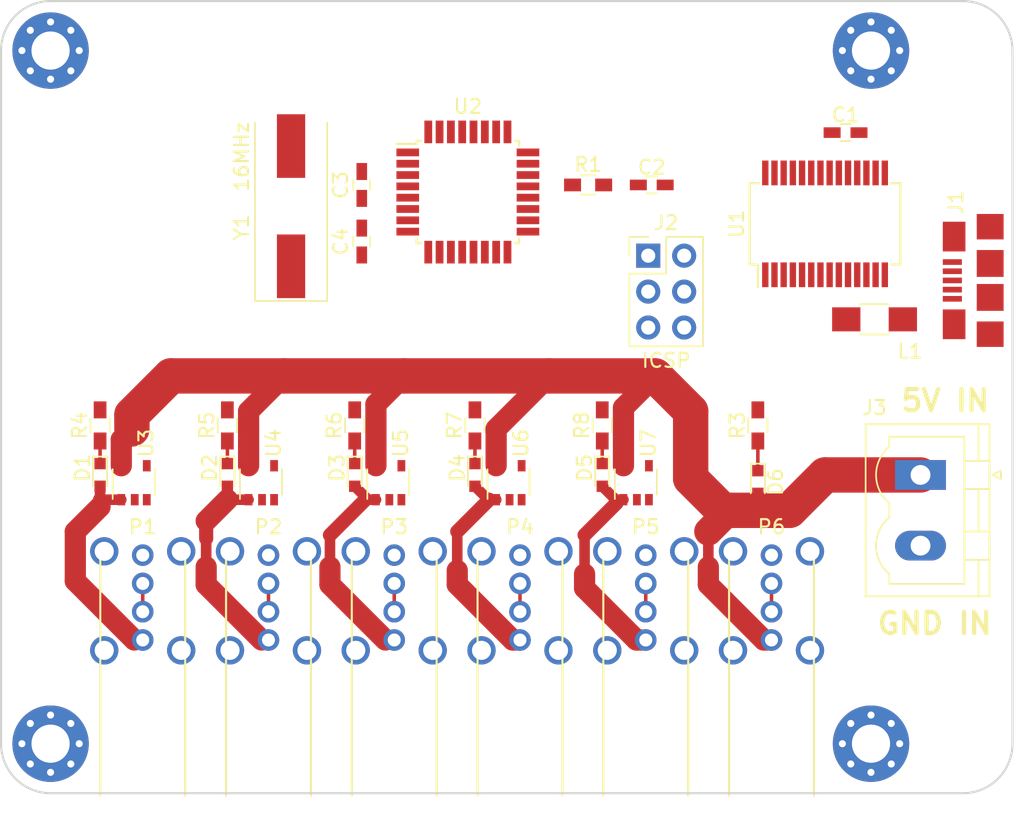
<source format=kicad_pcb>
(kicad_pcb (version 4) (host pcbnew 4.0.6-e0-6349~53~ubuntu16.04.1)

  (general
    (links 123)
    (no_connects 94)
    (area 42.585714 45.325 119.025001 104.325001)
    (thickness 1.6)
    (drawings 10)
    (tracks 83)
    (zones 0)
    (modules 39)
    (nets 39)
  )

  (page A4)
  (layers
    (0 F.Cu signal)
    (31 B.Cu signal)
    (32 B.Adhes user)
    (33 F.Adhes user)
    (34 B.Paste user)
    (35 F.Paste user)
    (36 B.SilkS user)
    (37 F.SilkS user)
    (38 B.Mask user)
    (39 F.Mask user)
    (40 Dwgs.User user)
    (41 Cmts.User user)
    (42 Eco1.User user)
    (43 Eco2.User user)
    (44 Edge.Cuts user)
    (45 Margin user)
    (46 B.CrtYd user)
    (47 F.CrtYd user)
    (48 B.Fab user)
    (49 F.Fab user)
  )

  (setup
    (last_trace_width 1)
    (user_trace_width 0.75)
    (user_trace_width 1)
    (user_trace_width 1.5)
    (user_trace_width 2)
    (user_trace_width 2.5)
    (user_trace_width 3)
    (trace_clearance 0.2)
    (zone_clearance 0.508)
    (zone_45_only no)
    (trace_min 0.2)
    (segment_width 0.2)
    (edge_width 0.15)
    (via_size 0.6)
    (via_drill 0.4)
    (via_min_size 0.4)
    (via_min_drill 0.3)
    (uvia_size 0.3)
    (uvia_drill 0.1)
    (uvias_allowed no)
    (uvia_min_size 0.2)
    (uvia_min_drill 0.1)
    (pcb_text_width 0.3)
    (pcb_text_size 1.5 1.5)
    (mod_edge_width 0.15)
    (mod_text_size 1 1)
    (mod_text_width 0.15)
    (pad_size 1.524 1.524)
    (pad_drill 0.762)
    (pad_to_mask_clearance 0.2)
    (aux_axis_origin 0 0)
    (visible_elements FFFFFF7F)
    (pcbplotparams
      (layerselection 0x00030_80000001)
      (usegerberextensions false)
      (excludeedgelayer true)
      (linewidth 0.100000)
      (plotframeref false)
      (viasonmask false)
      (mode 1)
      (useauxorigin false)
      (hpglpennumber 1)
      (hpglpenspeed 20)
      (hpglpendiameter 15)
      (hpglpenoverlay 2)
      (psnegative false)
      (psa4output false)
      (plotreference true)
      (plotvalue true)
      (plotinvisibletext false)
      (padsonsilk false)
      (subtractmaskfromsilk false)
      (outputformat 1)
      (mirror false)
      (drillshape 1)
      (scaleselection 1)
      (outputdirectory ""))
  )

  (net 0 "")
  (net 1 GND)
  (net 2 "Net-(C1-Pad2)")
  (net 3 RESET)
  (net 4 "Net-(C2-Pad2)")
  (net 5 "Net-(C3-Pad2)")
  (net 6 "Net-(C4-Pad2)")
  (net 7 "Net-(D1-Pad2)")
  (net 8 "Net-(D1-Pad1)")
  (net 9 "Net-(D2-Pad2)")
  (net 10 "Net-(D2-Pad1)")
  (net 11 "Net-(D3-Pad2)")
  (net 12 "Net-(D3-Pad1)")
  (net 13 "Net-(D4-Pad2)")
  (net 14 "Net-(D4-Pad1)")
  (net 15 "Net-(D5-Pad2)")
  (net 16 "Net-(D5-Pad1)")
  (net 17 +5VP)
  (net 18 "Net-(D6-Pad1)")
  (net 19 "Net-(J1-Pad1)")
  (net 20 "Net-(J1-Pad2)")
  (net 21 "Net-(J1-Pad3)")
  (net 22 "Net-(J2-Pad1)")
  (net 23 +5V)
  (net 24 "Net-(J2-Pad3)")
  (net 25 "Net-(J2-Pad4)")
  (net 26 "Net-(P1-Pad2)")
  (net 27 "Net-(P2-Pad2)")
  (net 28 "Net-(P3-Pad2)")
  (net 29 "Net-(P4-Pad2)")
  (net 30 "Net-(P5-Pad2)")
  (net 31 "Net-(P6-Pad2)")
  (net 32 RXD)
  (net 33 TXD)
  (net 34 P2_CTL)
  (net 35 P3_CTL)
  (net 36 P4_CTL)
  (net 37 P5_CTL)
  (net 38 P1_CTL)

  (net_class Default "This is the default net class."
    (clearance 0.2)
    (trace_width 0.25)
    (via_dia 0.6)
    (via_drill 0.4)
    (uvia_dia 0.3)
    (uvia_drill 0.1)
    (add_net +5V)
    (add_net +5VP)
    (add_net GND)
    (add_net "Net-(C1-Pad2)")
    (add_net "Net-(C2-Pad2)")
    (add_net "Net-(C3-Pad2)")
    (add_net "Net-(C4-Pad2)")
    (add_net "Net-(D1-Pad1)")
    (add_net "Net-(D1-Pad2)")
    (add_net "Net-(D2-Pad1)")
    (add_net "Net-(D2-Pad2)")
    (add_net "Net-(D3-Pad1)")
    (add_net "Net-(D3-Pad2)")
    (add_net "Net-(D4-Pad1)")
    (add_net "Net-(D4-Pad2)")
    (add_net "Net-(D5-Pad1)")
    (add_net "Net-(D5-Pad2)")
    (add_net "Net-(D6-Pad1)")
    (add_net "Net-(J1-Pad1)")
    (add_net "Net-(J1-Pad2)")
    (add_net "Net-(J1-Pad3)")
    (add_net "Net-(J2-Pad1)")
    (add_net "Net-(J2-Pad3)")
    (add_net "Net-(J2-Pad4)")
    (add_net "Net-(P1-Pad2)")
    (add_net "Net-(P2-Pad2)")
    (add_net "Net-(P3-Pad2)")
    (add_net "Net-(P4-Pad2)")
    (add_net "Net-(P5-Pad2)")
    (add_net "Net-(P6-Pad2)")
    (add_net P1_CTL)
    (add_net P2_CTL)
    (add_net P3_CTL)
    (add_net P4_CTL)
    (add_net P5_CTL)
    (add_net RESET)
    (add_net RXD)
    (add_net TXD)
  )

  (module Capacitors_SMD:C_0603_HandSoldering (layer F.Cu) (tedit 58AA848B) (tstamp 593CC248)
    (at 106.2 55.8)
    (descr "Capacitor SMD 0603, hand soldering")
    (tags "capacitor 0603")
    (path /5936280B)
    (attr smd)
    (fp_text reference C1 (at 0 -1.25) (layer F.SilkS)
      (effects (font (size 1 1) (thickness 0.15)))
    )
    (fp_text value 100n (at 0 1.5) (layer F.Fab)
      (effects (font (size 1 1) (thickness 0.15)))
    )
    (fp_text user %R (at 0 -1.25) (layer F.Fab)
      (effects (font (size 1 1) (thickness 0.15)))
    )
    (fp_line (start -0.8 0.4) (end -0.8 -0.4) (layer F.Fab) (width 0.1))
    (fp_line (start 0.8 0.4) (end -0.8 0.4) (layer F.Fab) (width 0.1))
    (fp_line (start 0.8 -0.4) (end 0.8 0.4) (layer F.Fab) (width 0.1))
    (fp_line (start -0.8 -0.4) (end 0.8 -0.4) (layer F.Fab) (width 0.1))
    (fp_line (start -0.35 -0.6) (end 0.35 -0.6) (layer F.SilkS) (width 0.12))
    (fp_line (start 0.35 0.6) (end -0.35 0.6) (layer F.SilkS) (width 0.12))
    (fp_line (start -1.8 -0.65) (end 1.8 -0.65) (layer F.CrtYd) (width 0.05))
    (fp_line (start -1.8 -0.65) (end -1.8 0.65) (layer F.CrtYd) (width 0.05))
    (fp_line (start 1.8 0.65) (end 1.8 -0.65) (layer F.CrtYd) (width 0.05))
    (fp_line (start 1.8 0.65) (end -1.8 0.65) (layer F.CrtYd) (width 0.05))
    (pad 1 smd rect (at -0.95 0) (size 1.2 0.75) (layers F.Cu F.Paste F.Mask)
      (net 1 GND))
    (pad 2 smd rect (at 0.95 0) (size 1.2 0.75) (layers F.Cu F.Paste F.Mask)
      (net 2 "Net-(C1-Pad2)"))
    (model Capacitors_SMD.3dshapes/C_0603.wrl
      (at (xyz 0 0 0))
      (scale (xyz 1 1 1))
      (rotate (xyz 0 0 0))
    )
  )

  (module Capacitors_SMD:C_0603_HandSoldering (layer F.Cu) (tedit 58AA848B) (tstamp 593CC24E)
    (at 92.5 59.5)
    (descr "Capacitor SMD 0603, hand soldering")
    (tags "capacitor 0603")
    (path /5936388E)
    (attr smd)
    (fp_text reference C2 (at 0 -1.25) (layer F.SilkS)
      (effects (font (size 1 1) (thickness 0.15)))
    )
    (fp_text value 100n (at 0 1.5) (layer F.Fab)
      (effects (font (size 1 1) (thickness 0.15)))
    )
    (fp_text user %R (at 0 -1.25) (layer F.Fab)
      (effects (font (size 1 1) (thickness 0.15)))
    )
    (fp_line (start -0.8 0.4) (end -0.8 -0.4) (layer F.Fab) (width 0.1))
    (fp_line (start 0.8 0.4) (end -0.8 0.4) (layer F.Fab) (width 0.1))
    (fp_line (start 0.8 -0.4) (end 0.8 0.4) (layer F.Fab) (width 0.1))
    (fp_line (start -0.8 -0.4) (end 0.8 -0.4) (layer F.Fab) (width 0.1))
    (fp_line (start -0.35 -0.6) (end 0.35 -0.6) (layer F.SilkS) (width 0.12))
    (fp_line (start 0.35 0.6) (end -0.35 0.6) (layer F.SilkS) (width 0.12))
    (fp_line (start -1.8 -0.65) (end 1.8 -0.65) (layer F.CrtYd) (width 0.05))
    (fp_line (start -1.8 -0.65) (end -1.8 0.65) (layer F.CrtYd) (width 0.05))
    (fp_line (start 1.8 0.65) (end 1.8 -0.65) (layer F.CrtYd) (width 0.05))
    (fp_line (start 1.8 0.65) (end -1.8 0.65) (layer F.CrtYd) (width 0.05))
    (pad 1 smd rect (at -0.95 0) (size 1.2 0.75) (layers F.Cu F.Paste F.Mask)
      (net 3 RESET))
    (pad 2 smd rect (at 0.95 0) (size 1.2 0.75) (layers F.Cu F.Paste F.Mask)
      (net 4 "Net-(C2-Pad2)"))
    (model Capacitors_SMD.3dshapes/C_0603.wrl
      (at (xyz 0 0 0))
      (scale (xyz 1 1 1))
      (rotate (xyz 0 0 0))
    )
  )

  (module Capacitors_SMD:C_0603_HandSoldering (layer F.Cu) (tedit 593DA42F) (tstamp 593CC254)
    (at 72 59.5 270)
    (descr "Capacitor SMD 0603, hand soldering")
    (tags "capacitor 0603")
    (path /5936167B)
    (attr smd)
    (fp_text reference C3 (at 0 1.5 270) (layer F.SilkS)
      (effects (font (size 1 1) (thickness 0.15)))
    )
    (fp_text value 22p (at 0 -1.5 270) (layer F.Fab)
      (effects (font (size 1 1) (thickness 0.15)))
    )
    (fp_text user %R (at 0 1.5 270) (layer F.Fab)
      (effects (font (size 1 1) (thickness 0.15)))
    )
    (fp_line (start -0.8 0.4) (end -0.8 -0.4) (layer F.Fab) (width 0.1))
    (fp_line (start 0.8 0.4) (end -0.8 0.4) (layer F.Fab) (width 0.1))
    (fp_line (start 0.8 -0.4) (end 0.8 0.4) (layer F.Fab) (width 0.1))
    (fp_line (start -0.8 -0.4) (end 0.8 -0.4) (layer F.Fab) (width 0.1))
    (fp_line (start -0.35 -0.6) (end 0.35 -0.6) (layer F.SilkS) (width 0.12))
    (fp_line (start 0.35 0.6) (end -0.35 0.6) (layer F.SilkS) (width 0.12))
    (fp_line (start -1.8 -0.65) (end 1.8 -0.65) (layer F.CrtYd) (width 0.05))
    (fp_line (start -1.8 -0.65) (end -1.8 0.65) (layer F.CrtYd) (width 0.05))
    (fp_line (start 1.8 0.65) (end 1.8 -0.65) (layer F.CrtYd) (width 0.05))
    (fp_line (start 1.8 0.65) (end -1.8 0.65) (layer F.CrtYd) (width 0.05))
    (pad 1 smd rect (at -0.95 0 270) (size 1.2 0.75) (layers F.Cu F.Paste F.Mask)
      (net 1 GND))
    (pad 2 smd rect (at 0.95 0 270) (size 1.2 0.75) (layers F.Cu F.Paste F.Mask)
      (net 5 "Net-(C3-Pad2)"))
    (model Capacitors_SMD.3dshapes/C_0603.wrl
      (at (xyz 0 0 0))
      (scale (xyz 1 1 1))
      (rotate (xyz 0 0 0))
    )
  )

  (module Capacitors_SMD:C_0603_HandSoldering (layer F.Cu) (tedit 593DA428) (tstamp 593CC25A)
    (at 72 63.5 90)
    (descr "Capacitor SMD 0603, hand soldering")
    (tags "capacitor 0603")
    (path /59361624)
    (attr smd)
    (fp_text reference C4 (at 0 -1.5 90) (layer F.SilkS)
      (effects (font (size 1 1) (thickness 0.15)))
    )
    (fp_text value 22p (at 0 1.5 90) (layer F.Fab)
      (effects (font (size 1 1) (thickness 0.15)))
    )
    (fp_text user %R (at 0 -1.5 90) (layer F.Fab)
      (effects (font (size 1 1) (thickness 0.15)))
    )
    (fp_line (start -0.8 0.4) (end -0.8 -0.4) (layer F.Fab) (width 0.1))
    (fp_line (start 0.8 0.4) (end -0.8 0.4) (layer F.Fab) (width 0.1))
    (fp_line (start 0.8 -0.4) (end 0.8 0.4) (layer F.Fab) (width 0.1))
    (fp_line (start -0.8 -0.4) (end 0.8 -0.4) (layer F.Fab) (width 0.1))
    (fp_line (start -0.35 -0.6) (end 0.35 -0.6) (layer F.SilkS) (width 0.12))
    (fp_line (start 0.35 0.6) (end -0.35 0.6) (layer F.SilkS) (width 0.12))
    (fp_line (start -1.8 -0.65) (end 1.8 -0.65) (layer F.CrtYd) (width 0.05))
    (fp_line (start -1.8 -0.65) (end -1.8 0.65) (layer F.CrtYd) (width 0.05))
    (fp_line (start 1.8 0.65) (end 1.8 -0.65) (layer F.CrtYd) (width 0.05))
    (fp_line (start 1.8 0.65) (end -1.8 0.65) (layer F.CrtYd) (width 0.05))
    (pad 1 smd rect (at -0.95 0 90) (size 1.2 0.75) (layers F.Cu F.Paste F.Mask)
      (net 1 GND))
    (pad 2 smd rect (at 0.95 0 90) (size 1.2 0.75) (layers F.Cu F.Paste F.Mask)
      (net 6 "Net-(C4-Pad2)"))
    (model Capacitors_SMD.3dshapes/C_0603.wrl
      (at (xyz 0 0 0))
      (scale (xyz 1 1 1))
      (rotate (xyz 0 0 0))
    )
  )

  (module LEDs:LED_0603 (layer F.Cu) (tedit 593DACCB) (tstamp 593CC260)
    (at 53.5 80 270)
    (descr "LED 0603 smd package")
    (tags "LED led 0603 SMD smd SMT smt smdled SMDLED smtled SMTLED")
    (path /593A3AD0)
    (attr smd)
    (fp_text reference D1 (at -0.5 1.25 270) (layer F.SilkS)
      (effects (font (size 1 1) (thickness 0.15)))
    )
    (fp_text value LED (at 0 1.35 270) (layer F.Fab)
      (effects (font (size 1 1) (thickness 0.15)))
    )
    (fp_line (start -1.3 -0.5) (end -1.3 0.5) (layer F.SilkS) (width 0.12))
    (fp_line (start -0.2 -0.2) (end -0.2 0.2) (layer F.Fab) (width 0.1))
    (fp_line (start -0.15 0) (end 0.15 -0.2) (layer F.Fab) (width 0.1))
    (fp_line (start 0.15 0.2) (end -0.15 0) (layer F.Fab) (width 0.1))
    (fp_line (start 0.15 -0.2) (end 0.15 0.2) (layer F.Fab) (width 0.1))
    (fp_line (start 0.8 0.4) (end -0.8 0.4) (layer F.Fab) (width 0.1))
    (fp_line (start 0.8 -0.4) (end 0.8 0.4) (layer F.Fab) (width 0.1))
    (fp_line (start -0.8 -0.4) (end 0.8 -0.4) (layer F.Fab) (width 0.1))
    (fp_line (start -0.8 0.4) (end -0.8 -0.4) (layer F.Fab) (width 0.1))
    (fp_line (start -1.3 0.5) (end 0.8 0.5) (layer F.SilkS) (width 0.12))
    (fp_line (start -1.3 -0.5) (end 0.8 -0.5) (layer F.SilkS) (width 0.12))
    (fp_line (start 1.45 -0.65) (end 1.45 0.65) (layer F.CrtYd) (width 0.05))
    (fp_line (start 1.45 0.65) (end -1.45 0.65) (layer F.CrtYd) (width 0.05))
    (fp_line (start -1.45 0.65) (end -1.45 -0.65) (layer F.CrtYd) (width 0.05))
    (fp_line (start -1.45 -0.65) (end 1.45 -0.65) (layer F.CrtYd) (width 0.05))
    (pad 2 smd rect (at 0.8 0 90) (size 0.8 0.8) (layers F.Cu F.Paste F.Mask)
      (net 7 "Net-(D1-Pad2)"))
    (pad 1 smd rect (at -0.8 0 90) (size 0.8 0.8) (layers F.Cu F.Paste F.Mask)
      (net 8 "Net-(D1-Pad1)"))
    (model LEDs.3dshapes/LED_0603.wrl
      (at (xyz 0 0 0))
      (scale (xyz 1 1 1))
      (rotate (xyz 0 0 180))
    )
  )

  (module LEDs:LED_0603 (layer F.Cu) (tedit 593DACBB) (tstamp 593CC266)
    (at 62.5 80 270)
    (descr "LED 0603 smd package")
    (tags "LED led 0603 SMD smd SMT smt smdled SMDLED smtled SMTLED")
    (path /593A41F0)
    (attr smd)
    (fp_text reference D2 (at -0.5 1.25 270) (layer F.SilkS)
      (effects (font (size 1 1) (thickness 0.15)))
    )
    (fp_text value LED (at 0 1.35 270) (layer F.Fab)
      (effects (font (size 1 1) (thickness 0.15)))
    )
    (fp_line (start -1.3 -0.5) (end -1.3 0.5) (layer F.SilkS) (width 0.12))
    (fp_line (start -0.2 -0.2) (end -0.2 0.2) (layer F.Fab) (width 0.1))
    (fp_line (start -0.15 0) (end 0.15 -0.2) (layer F.Fab) (width 0.1))
    (fp_line (start 0.15 0.2) (end -0.15 0) (layer F.Fab) (width 0.1))
    (fp_line (start 0.15 -0.2) (end 0.15 0.2) (layer F.Fab) (width 0.1))
    (fp_line (start 0.8 0.4) (end -0.8 0.4) (layer F.Fab) (width 0.1))
    (fp_line (start 0.8 -0.4) (end 0.8 0.4) (layer F.Fab) (width 0.1))
    (fp_line (start -0.8 -0.4) (end 0.8 -0.4) (layer F.Fab) (width 0.1))
    (fp_line (start -0.8 0.4) (end -0.8 -0.4) (layer F.Fab) (width 0.1))
    (fp_line (start -1.3 0.5) (end 0.8 0.5) (layer F.SilkS) (width 0.12))
    (fp_line (start -1.3 -0.5) (end 0.8 -0.5) (layer F.SilkS) (width 0.12))
    (fp_line (start 1.45 -0.65) (end 1.45 0.65) (layer F.CrtYd) (width 0.05))
    (fp_line (start 1.45 0.65) (end -1.45 0.65) (layer F.CrtYd) (width 0.05))
    (fp_line (start -1.45 0.65) (end -1.45 -0.65) (layer F.CrtYd) (width 0.05))
    (fp_line (start -1.45 -0.65) (end 1.45 -0.65) (layer F.CrtYd) (width 0.05))
    (pad 2 smd rect (at 0.8 0 90) (size 0.8 0.8) (layers F.Cu F.Paste F.Mask)
      (net 9 "Net-(D2-Pad2)"))
    (pad 1 smd rect (at -0.8 0 90) (size 0.8 0.8) (layers F.Cu F.Paste F.Mask)
      (net 10 "Net-(D2-Pad1)"))
    (model LEDs.3dshapes/LED_0603.wrl
      (at (xyz 0 0 0))
      (scale (xyz 1 1 1))
      (rotate (xyz 0 0 180))
    )
  )

  (module LEDs:LED_0603 (layer F.Cu) (tedit 593DACB0) (tstamp 593CC26C)
    (at 71.5 80 270)
    (descr "LED 0603 smd package")
    (tags "LED led 0603 SMD smd SMT smt smdled SMDLED smtled SMTLED")
    (path /593A431F)
    (attr smd)
    (fp_text reference D3 (at -0.5 1.25 270) (layer F.SilkS)
      (effects (font (size 1 1) (thickness 0.15)))
    )
    (fp_text value LED (at 0 1.35 270) (layer F.Fab)
      (effects (font (size 1 1) (thickness 0.15)))
    )
    (fp_line (start -1.3 -0.5) (end -1.3 0.5) (layer F.SilkS) (width 0.12))
    (fp_line (start -0.2 -0.2) (end -0.2 0.2) (layer F.Fab) (width 0.1))
    (fp_line (start -0.15 0) (end 0.15 -0.2) (layer F.Fab) (width 0.1))
    (fp_line (start 0.15 0.2) (end -0.15 0) (layer F.Fab) (width 0.1))
    (fp_line (start 0.15 -0.2) (end 0.15 0.2) (layer F.Fab) (width 0.1))
    (fp_line (start 0.8 0.4) (end -0.8 0.4) (layer F.Fab) (width 0.1))
    (fp_line (start 0.8 -0.4) (end 0.8 0.4) (layer F.Fab) (width 0.1))
    (fp_line (start -0.8 -0.4) (end 0.8 -0.4) (layer F.Fab) (width 0.1))
    (fp_line (start -0.8 0.4) (end -0.8 -0.4) (layer F.Fab) (width 0.1))
    (fp_line (start -1.3 0.5) (end 0.8 0.5) (layer F.SilkS) (width 0.12))
    (fp_line (start -1.3 -0.5) (end 0.8 -0.5) (layer F.SilkS) (width 0.12))
    (fp_line (start 1.45 -0.65) (end 1.45 0.65) (layer F.CrtYd) (width 0.05))
    (fp_line (start 1.45 0.65) (end -1.45 0.65) (layer F.CrtYd) (width 0.05))
    (fp_line (start -1.45 0.65) (end -1.45 -0.65) (layer F.CrtYd) (width 0.05))
    (fp_line (start -1.45 -0.65) (end 1.45 -0.65) (layer F.CrtYd) (width 0.05))
    (pad 2 smd rect (at 0.8 0 90) (size 0.8 0.8) (layers F.Cu F.Paste F.Mask)
      (net 11 "Net-(D3-Pad2)"))
    (pad 1 smd rect (at -0.8 0 90) (size 0.8 0.8) (layers F.Cu F.Paste F.Mask)
      (net 12 "Net-(D3-Pad1)"))
    (model LEDs.3dshapes/LED_0603.wrl
      (at (xyz 0 0 0))
      (scale (xyz 1 1 1))
      (rotate (xyz 0 0 180))
    )
  )

  (module LEDs:LED_0603 (layer F.Cu) (tedit 593DAC9D) (tstamp 593CC272)
    (at 80 80 270)
    (descr "LED 0603 smd package")
    (tags "LED led 0603 SMD smd SMT smt smdled SMDLED smtled SMTLED")
    (path /593A443A)
    (attr smd)
    (fp_text reference D4 (at -0.5 1.25 270) (layer F.SilkS)
      (effects (font (size 1 1) (thickness 0.15)))
    )
    (fp_text value LED (at 0 1.35 270) (layer F.Fab)
      (effects (font (size 1 1) (thickness 0.15)))
    )
    (fp_line (start -1.3 -0.5) (end -1.3 0.5) (layer F.SilkS) (width 0.12))
    (fp_line (start -0.2 -0.2) (end -0.2 0.2) (layer F.Fab) (width 0.1))
    (fp_line (start -0.15 0) (end 0.15 -0.2) (layer F.Fab) (width 0.1))
    (fp_line (start 0.15 0.2) (end -0.15 0) (layer F.Fab) (width 0.1))
    (fp_line (start 0.15 -0.2) (end 0.15 0.2) (layer F.Fab) (width 0.1))
    (fp_line (start 0.8 0.4) (end -0.8 0.4) (layer F.Fab) (width 0.1))
    (fp_line (start 0.8 -0.4) (end 0.8 0.4) (layer F.Fab) (width 0.1))
    (fp_line (start -0.8 -0.4) (end 0.8 -0.4) (layer F.Fab) (width 0.1))
    (fp_line (start -0.8 0.4) (end -0.8 -0.4) (layer F.Fab) (width 0.1))
    (fp_line (start -1.3 0.5) (end 0.8 0.5) (layer F.SilkS) (width 0.12))
    (fp_line (start -1.3 -0.5) (end 0.8 -0.5) (layer F.SilkS) (width 0.12))
    (fp_line (start 1.45 -0.65) (end 1.45 0.65) (layer F.CrtYd) (width 0.05))
    (fp_line (start 1.45 0.65) (end -1.45 0.65) (layer F.CrtYd) (width 0.05))
    (fp_line (start -1.45 0.65) (end -1.45 -0.65) (layer F.CrtYd) (width 0.05))
    (fp_line (start -1.45 -0.65) (end 1.45 -0.65) (layer F.CrtYd) (width 0.05))
    (pad 2 smd rect (at 0.8 0 90) (size 0.8 0.8) (layers F.Cu F.Paste F.Mask)
      (net 13 "Net-(D4-Pad2)"))
    (pad 1 smd rect (at -0.8 0 90) (size 0.8 0.8) (layers F.Cu F.Paste F.Mask)
      (net 14 "Net-(D4-Pad1)"))
    (model LEDs.3dshapes/LED_0603.wrl
      (at (xyz 0 0 0))
      (scale (xyz 1 1 1))
      (rotate (xyz 0 0 180))
    )
  )

  (module LEDs:LED_0603 (layer F.Cu) (tedit 593DAC94) (tstamp 593CC278)
    (at 89 80 270)
    (descr "LED 0603 smd package")
    (tags "LED led 0603 SMD smd SMT smt smdled SMDLED smtled SMTLED")
    (path /593A45D5)
    (attr smd)
    (fp_text reference D5 (at -0.5 1.25 270) (layer F.SilkS)
      (effects (font (size 1 1) (thickness 0.15)))
    )
    (fp_text value LED (at 0 1.35 270) (layer F.Fab)
      (effects (font (size 1 1) (thickness 0.15)))
    )
    (fp_line (start -1.3 -0.5) (end -1.3 0.5) (layer F.SilkS) (width 0.12))
    (fp_line (start -0.2 -0.2) (end -0.2 0.2) (layer F.Fab) (width 0.1))
    (fp_line (start -0.15 0) (end 0.15 -0.2) (layer F.Fab) (width 0.1))
    (fp_line (start 0.15 0.2) (end -0.15 0) (layer F.Fab) (width 0.1))
    (fp_line (start 0.15 -0.2) (end 0.15 0.2) (layer F.Fab) (width 0.1))
    (fp_line (start 0.8 0.4) (end -0.8 0.4) (layer F.Fab) (width 0.1))
    (fp_line (start 0.8 -0.4) (end 0.8 0.4) (layer F.Fab) (width 0.1))
    (fp_line (start -0.8 -0.4) (end 0.8 -0.4) (layer F.Fab) (width 0.1))
    (fp_line (start -0.8 0.4) (end -0.8 -0.4) (layer F.Fab) (width 0.1))
    (fp_line (start -1.3 0.5) (end 0.8 0.5) (layer F.SilkS) (width 0.12))
    (fp_line (start -1.3 -0.5) (end 0.8 -0.5) (layer F.SilkS) (width 0.12))
    (fp_line (start 1.45 -0.65) (end 1.45 0.65) (layer F.CrtYd) (width 0.05))
    (fp_line (start 1.45 0.65) (end -1.45 0.65) (layer F.CrtYd) (width 0.05))
    (fp_line (start -1.45 0.65) (end -1.45 -0.65) (layer F.CrtYd) (width 0.05))
    (fp_line (start -1.45 -0.65) (end 1.45 -0.65) (layer F.CrtYd) (width 0.05))
    (pad 2 smd rect (at 0.8 0 90) (size 0.8 0.8) (layers F.Cu F.Paste F.Mask)
      (net 15 "Net-(D5-Pad2)"))
    (pad 1 smd rect (at -0.8 0 90) (size 0.8 0.8) (layers F.Cu F.Paste F.Mask)
      (net 16 "Net-(D5-Pad1)"))
    (model LEDs.3dshapes/LED_0603.wrl
      (at (xyz 0 0 0))
      (scale (xyz 1 1 1))
      (rotate (xyz 0 0 180))
    )
  )

  (module LEDs:LED_0603 (layer F.Cu) (tedit 57FE93A5) (tstamp 593CC27E)
    (at 100 80.5 270)
    (descr "LED 0603 smd package")
    (tags "LED led 0603 SMD smd SMT smt smdled SMDLED smtled SMTLED")
    (path /59364455)
    (attr smd)
    (fp_text reference D6 (at 0 -1.25 270) (layer F.SilkS)
      (effects (font (size 1 1) (thickness 0.15)))
    )
    (fp_text value LED (at 0 1.35 270) (layer F.Fab)
      (effects (font (size 1 1) (thickness 0.15)))
    )
    (fp_line (start -1.3 -0.5) (end -1.3 0.5) (layer F.SilkS) (width 0.12))
    (fp_line (start -0.2 -0.2) (end -0.2 0.2) (layer F.Fab) (width 0.1))
    (fp_line (start -0.15 0) (end 0.15 -0.2) (layer F.Fab) (width 0.1))
    (fp_line (start 0.15 0.2) (end -0.15 0) (layer F.Fab) (width 0.1))
    (fp_line (start 0.15 -0.2) (end 0.15 0.2) (layer F.Fab) (width 0.1))
    (fp_line (start 0.8 0.4) (end -0.8 0.4) (layer F.Fab) (width 0.1))
    (fp_line (start 0.8 -0.4) (end 0.8 0.4) (layer F.Fab) (width 0.1))
    (fp_line (start -0.8 -0.4) (end 0.8 -0.4) (layer F.Fab) (width 0.1))
    (fp_line (start -0.8 0.4) (end -0.8 -0.4) (layer F.Fab) (width 0.1))
    (fp_line (start -1.3 0.5) (end 0.8 0.5) (layer F.SilkS) (width 0.12))
    (fp_line (start -1.3 -0.5) (end 0.8 -0.5) (layer F.SilkS) (width 0.12))
    (fp_line (start 1.45 -0.65) (end 1.45 0.65) (layer F.CrtYd) (width 0.05))
    (fp_line (start 1.45 0.65) (end -1.45 0.65) (layer F.CrtYd) (width 0.05))
    (fp_line (start -1.45 0.65) (end -1.45 -0.65) (layer F.CrtYd) (width 0.05))
    (fp_line (start -1.45 -0.65) (end 1.45 -0.65) (layer F.CrtYd) (width 0.05))
    (pad 2 smd rect (at 0.8 0 90) (size 0.8 0.8) (layers F.Cu F.Paste F.Mask)
      (net 17 +5VP))
    (pad 1 smd rect (at -0.8 0 90) (size 0.8 0.8) (layers F.Cu F.Paste F.Mask)
      (net 18 "Net-(D6-Pad1)"))
    (model LEDs.3dshapes/LED_0603.wrl
      (at (xyz 0 0 0))
      (scale (xyz 1 1 1))
      (rotate (xyz 0 0 180))
    )
  )

  (module Inductors_SMD:L_1206_Handsoldering (layer F.Cu) (tedit 593DD25F) (tstamp 593CC2A9)
    (at 108.25 69)
    (descr "Resistor SMD 1206, hand soldering")
    (tags "resistor 1206")
    (path /59363013)
    (attr smd)
    (fp_text reference L1 (at 2.5 2.25) (layer F.SilkS)
      (effects (font (size 1 1) (thickness 0.15)))
    )
    (fp_text value 500mA (at -1.25 2.25) (layer F.Fab)
      (effects (font (size 1 1) (thickness 0.15)))
    )
    (fp_line (start -1.6 0.8) (end -1.6 -0.8) (layer F.Fab) (width 0.1))
    (fp_line (start 1.6 0.8) (end -1.6 0.8) (layer F.Fab) (width 0.1))
    (fp_line (start 1.6 -0.8) (end 1.6 0.8) (layer F.Fab) (width 0.1))
    (fp_line (start -1.6 -0.8) (end 1.6 -0.8) (layer F.Fab) (width 0.1))
    (fp_line (start -3.3 -1.2) (end 3.3 -1.2) (layer F.CrtYd) (width 0.05))
    (fp_line (start -3.3 1.2) (end 3.3 1.2) (layer F.CrtYd) (width 0.05))
    (fp_line (start -3.3 -1.2) (end -3.3 1.2) (layer F.CrtYd) (width 0.05))
    (fp_line (start 3.3 -1.2) (end 3.3 1.2) (layer F.CrtYd) (width 0.05))
    (fp_line (start 1 1.07) (end -1 1.07) (layer F.SilkS) (width 0.12))
    (fp_line (start -1 -1.07) (end 1 -1.07) (layer F.SilkS) (width 0.12))
    (pad 1 smd rect (at -2 0) (size 2 1.7) (layers F.Cu F.Paste F.Mask)
      (net 23 +5V))
    (pad 2 smd rect (at 2 0) (size 2 1.7) (layers F.Cu F.Paste F.Mask)
      (net 19 "Net-(J1-Pad1)"))
    (model Inductors_SMD.3dshapes\L_1206_HandSoldering.wrl
      (at (xyz 0 0 0))
      (scale (xyz 1 1 1))
      (rotate (xyz 0 0 0))
    )
  )

  (module Mounting_Holes:MountingHole_2.7mm_M2.5_Pad_Via (layer F.Cu) (tedit 593DA463) (tstamp 593CC2B6)
    (at 50 50)
    (descr "Mounting Hole 2.7mm")
    (tags "mounting hole 2.7mm")
    (path /593CD430)
    (fp_text reference MK1 (at 5.5 -0.5) (layer F.SilkS) hide
      (effects (font (size 1 1) (thickness 0.15)))
    )
    (fp_text value Mounting_Hole_PAD (at 0 3.7) (layer F.Fab) hide
      (effects (font (size 1 1) (thickness 0.15)))
    )
    (fp_circle (center 0 0) (end 2.7 0) (layer Cmts.User) (width 0.15))
    (fp_circle (center 0 0) (end 2.95 0) (layer F.CrtYd) (width 0.05))
    (pad 1 thru_hole circle (at 0 0) (size 5.4 5.4) (drill 2.7) (layers *.Cu *.Mask)
      (net 1 GND))
    (pad "" thru_hole circle (at 2.025 0) (size 0.6 0.6) (drill 0.5) (layers *.Cu *.Mask))
    (pad "" thru_hole circle (at 1.431891 1.431891) (size 0.6 0.6) (drill 0.5) (layers *.Cu *.Mask))
    (pad "" thru_hole circle (at 0 2.025) (size 0.6 0.6) (drill 0.5) (layers *.Cu *.Mask))
    (pad "" thru_hole circle (at -1.431891 1.431891) (size 0.6 0.6) (drill 0.5) (layers *.Cu *.Mask))
    (pad "" thru_hole circle (at -2.025 0) (size 0.6 0.6) (drill 0.5) (layers *.Cu *.Mask))
    (pad "" thru_hole circle (at -1.431891 -1.431891) (size 0.6 0.6) (drill 0.5) (layers *.Cu *.Mask))
    (pad "" thru_hole circle (at 0 -2.025) (size 0.6 0.6) (drill 0.5) (layers *.Cu *.Mask))
    (pad "" thru_hole circle (at 1.431891 -1.431891) (size 0.6 0.6) (drill 0.5) (layers *.Cu *.Mask))
  )

  (module Mounting_Holes:MountingHole_2.7mm_M2.5_Pad_Via (layer F.Cu) (tedit 593DA469) (tstamp 593CC2C3)
    (at 50 99)
    (descr "Mounting Hole 2.7mm")
    (tags "mounting hole 2.7mm")
    (path /593CD51D)
    (fp_text reference MK2 (at 0 -3.7) (layer F.SilkS) hide
      (effects (font (size 1 1) (thickness 0.15)))
    )
    (fp_text value Mounting_Hole_PAD (at 0 3.7) (layer F.Fab) hide
      (effects (font (size 1 1) (thickness 0.15)))
    )
    (fp_circle (center 0 0) (end 2.7 0) (layer Cmts.User) (width 0.15))
    (fp_circle (center 0 0) (end 2.95 0) (layer F.CrtYd) (width 0.05))
    (pad 1 thru_hole circle (at 0 0) (size 5.4 5.4) (drill 2.7) (layers *.Cu *.Mask)
      (net 1 GND))
    (pad "" thru_hole circle (at 2.025 0) (size 0.6 0.6) (drill 0.5) (layers *.Cu *.Mask))
    (pad "" thru_hole circle (at 1.431891 1.431891) (size 0.6 0.6) (drill 0.5) (layers *.Cu *.Mask))
    (pad "" thru_hole circle (at 0 2.025) (size 0.6 0.6) (drill 0.5) (layers *.Cu *.Mask))
    (pad "" thru_hole circle (at -1.431891 1.431891) (size 0.6 0.6) (drill 0.5) (layers *.Cu *.Mask))
    (pad "" thru_hole circle (at -2.025 0) (size 0.6 0.6) (drill 0.5) (layers *.Cu *.Mask))
    (pad "" thru_hole circle (at -1.431891 -1.431891) (size 0.6 0.6) (drill 0.5) (layers *.Cu *.Mask))
    (pad "" thru_hole circle (at 0 -2.025) (size 0.6 0.6) (drill 0.5) (layers *.Cu *.Mask))
    (pad "" thru_hole circle (at 1.431891 -1.431891) (size 0.6 0.6) (drill 0.5) (layers *.Cu *.Mask))
  )

  (module Mounting_Holes:MountingHole_2.7mm_M2.5_Pad_Via (layer F.Cu) (tedit 593DA476) (tstamp 593CC2D0)
    (at 108 50)
    (descr "Mounting Hole 2.7mm")
    (tags "mounting hole 2.7mm")
    (path /593CD628)
    (fp_text reference MK3 (at 0 -3.7) (layer F.SilkS) hide
      (effects (font (size 1 1) (thickness 0.15)))
    )
    (fp_text value Mounting_Hole_PAD (at 0 3.7) (layer F.Fab) hide
      (effects (font (size 1 1) (thickness 0.15)))
    )
    (fp_circle (center 0 0) (end 2.7 0) (layer Cmts.User) (width 0.15))
    (fp_circle (center 0 0) (end 2.95 0) (layer F.CrtYd) (width 0.05))
    (pad 1 thru_hole circle (at 0 0) (size 5.4 5.4) (drill 2.7) (layers *.Cu *.Mask)
      (net 1 GND))
    (pad "" thru_hole circle (at 2.025 0) (size 0.6 0.6) (drill 0.5) (layers *.Cu *.Mask))
    (pad "" thru_hole circle (at 1.431891 1.431891) (size 0.6 0.6) (drill 0.5) (layers *.Cu *.Mask))
    (pad "" thru_hole circle (at 0 2.025) (size 0.6 0.6) (drill 0.5) (layers *.Cu *.Mask))
    (pad "" thru_hole circle (at -1.431891 1.431891) (size 0.6 0.6) (drill 0.5) (layers *.Cu *.Mask))
    (pad "" thru_hole circle (at -2.025 0) (size 0.6 0.6) (drill 0.5) (layers *.Cu *.Mask))
    (pad "" thru_hole circle (at -1.431891 -1.431891) (size 0.6 0.6) (drill 0.5) (layers *.Cu *.Mask))
    (pad "" thru_hole circle (at 0 -2.025) (size 0.6 0.6) (drill 0.5) (layers *.Cu *.Mask))
    (pad "" thru_hole circle (at 1.431891 -1.431891) (size 0.6 0.6) (drill 0.5) (layers *.Cu *.Mask))
  )

  (module Mounting_Holes:MountingHole_2.7mm_M2.5_Pad_Via (layer F.Cu) (tedit 593DA46F) (tstamp 593CC2DD)
    (at 108 99)
    (descr "Mounting Hole 2.7mm")
    (tags "mounting hole 2.7mm")
    (path /593CD6A5)
    (fp_text reference MK4 (at 0 -3.7) (layer F.SilkS) hide
      (effects (font (size 1 1) (thickness 0.15)))
    )
    (fp_text value Mounting_Hole_PAD (at 0 3.7) (layer F.Fab) hide
      (effects (font (size 1 1) (thickness 0.15)))
    )
    (fp_circle (center 0 0) (end 2.7 0) (layer Cmts.User) (width 0.15))
    (fp_circle (center 0 0) (end 2.95 0) (layer F.CrtYd) (width 0.05))
    (pad 1 thru_hole circle (at 0 0) (size 5.4 5.4) (drill 2.7) (layers *.Cu *.Mask)
      (net 1 GND))
    (pad "" thru_hole circle (at 2.025 0) (size 0.6 0.6) (drill 0.5) (layers *.Cu *.Mask))
    (pad "" thru_hole circle (at 1.431891 1.431891) (size 0.6 0.6) (drill 0.5) (layers *.Cu *.Mask))
    (pad "" thru_hole circle (at 0 2.025) (size 0.6 0.6) (drill 0.5) (layers *.Cu *.Mask))
    (pad "" thru_hole circle (at -1.431891 1.431891) (size 0.6 0.6) (drill 0.5) (layers *.Cu *.Mask))
    (pad "" thru_hole circle (at -2.025 0) (size 0.6 0.6) (drill 0.5) (layers *.Cu *.Mask))
    (pad "" thru_hole circle (at -1.431891 -1.431891) (size 0.6 0.6) (drill 0.5) (layers *.Cu *.Mask))
    (pad "" thru_hole circle (at 0 -2.025) (size 0.6 0.6) (drill 0.5) (layers *.Cu *.Mask))
    (pad "" thru_hole circle (at 1.431891 -1.431891) (size 0.6 0.6) (drill 0.5) (layers *.Cu *.Mask))
  )

  (module USP-PiDU:USB_A_RightAngle_side (layer F.Cu) (tedit 593CBD92) (tstamp 593CC2E9)
    (at 56.515 91.67 90)
    (path /593A3AC8)
    (fp_text reference P1 (at 8 0 180) (layer F.SilkS)
      (effects (font (size 1 1) (thickness 0.15)))
    )
    (fp_text value USB_A (at -2.25 -1.25 90) (layer F.Fab)
      (effects (font (size 1 1) (thickness 0.15)))
    )
    (fp_line (start -12.38 -3.5) (end 6.87 -3.5) (layer F.CrtYd) (width 0.15))
    (fp_line (start 6.87 -3.5) (end 6.87 3.5) (layer F.CrtYd) (width 0.15))
    (fp_line (start 6.87 3.5) (end -12.38 3.5) (layer F.CrtYd) (width 0.15))
    (fp_line (start -12.38 3.5) (end -12.38 -3.5) (layer F.CrtYd) (width 0.15))
    (fp_line (start -11 3) (end 6 3) (layer F.SilkS) (width 0.15))
    (fp_line (start -11 -3) (end 6 -3) (layer F.SilkS) (width 0.15))
    (pad 5 thru_hole circle (at 6.27 2.72 90) (size 2 2) (drill 1.35) (layers *.Cu *.Mask)
      (net 1 GND))
    (pad 5 thru_hole circle (at 6.27 -2.72 90) (size 2 2) (drill 1.35) (layers *.Cu *.Mask)
      (net 1 GND))
    (pad 5 thru_hole circle (at -0.73 2.72 90) (size 2 2) (drill 1.35) (layers *.Cu *.Mask)
      (net 1 GND))
    (pad 1 thru_hole circle (at 0 0 90) (size 1.524 1.524) (drill 0.92) (layers *.Cu *.Mask)
      (net 7 "Net-(D1-Pad2)"))
    (pad 2 thru_hole circle (at 2 0 90) (size 1.524 1.524) (drill 0.92) (layers *.Cu *.Mask)
      (net 26 "Net-(P1-Pad2)"))
    (pad 3 thru_hole circle (at 4 0 90) (size 1.524 1.524) (drill 0.92) (layers *.Cu *.Mask)
      (net 26 "Net-(P1-Pad2)"))
    (pad 4 thru_hole circle (at 6 0 90) (size 1.524 1.524) (drill 0.92) (layers *.Cu *.Mask)
      (net 1 GND))
    (pad 5 thru_hole circle (at -0.73 -2.72 90) (size 2 2) (drill 1.35) (layers *.Cu *.Mask)
      (net 1 GND))
  )

  (module USP-PiDU:USB_A_RightAngle_side locked (layer F.Cu) (tedit 593CBD92) (tstamp 593CC2F5)
    (at 65.405 91.67 90)
    (path /593A41E8)
    (fp_text reference P2 (at 8 0 180) (layer F.SilkS)
      (effects (font (size 1 1) (thickness 0.15)))
    )
    (fp_text value USB_A (at -2.25 -1.25 90) (layer F.Fab)
      (effects (font (size 1 1) (thickness 0.15)))
    )
    (fp_line (start -12.38 -3.5) (end 6.87 -3.5) (layer F.CrtYd) (width 0.15))
    (fp_line (start 6.87 -3.5) (end 6.87 3.5) (layer F.CrtYd) (width 0.15))
    (fp_line (start 6.87 3.5) (end -12.38 3.5) (layer F.CrtYd) (width 0.15))
    (fp_line (start -12.38 3.5) (end -12.38 -3.5) (layer F.CrtYd) (width 0.15))
    (fp_line (start -11 3) (end 6 3) (layer F.SilkS) (width 0.15))
    (fp_line (start -11 -3) (end 6 -3) (layer F.SilkS) (width 0.15))
    (pad 5 thru_hole circle (at 6.27 2.72 90) (size 2 2) (drill 1.35) (layers *.Cu *.Mask)
      (net 1 GND))
    (pad 5 thru_hole circle (at 6.27 -2.72 90) (size 2 2) (drill 1.35) (layers *.Cu *.Mask)
      (net 1 GND))
    (pad 5 thru_hole circle (at -0.73 2.72 90) (size 2 2) (drill 1.35) (layers *.Cu *.Mask)
      (net 1 GND))
    (pad 1 thru_hole circle (at 0 0 90) (size 1.524 1.524) (drill 0.92) (layers *.Cu *.Mask)
      (net 9 "Net-(D2-Pad2)"))
    (pad 2 thru_hole circle (at 2 0 90) (size 1.524 1.524) (drill 0.92) (layers *.Cu *.Mask)
      (net 27 "Net-(P2-Pad2)"))
    (pad 3 thru_hole circle (at 4 0 90) (size 1.524 1.524) (drill 0.92) (layers *.Cu *.Mask)
      (net 27 "Net-(P2-Pad2)"))
    (pad 4 thru_hole circle (at 6 0 90) (size 1.524 1.524) (drill 0.92) (layers *.Cu *.Mask)
      (net 1 GND))
    (pad 5 thru_hole circle (at -0.73 -2.72 90) (size 2 2) (drill 1.35) (layers *.Cu *.Mask)
      (net 1 GND))
  )

  (module USP-PiDU:USB_A_RightAngle_side (layer F.Cu) (tedit 593CBD92) (tstamp 593CC301)
    (at 74.295 91.67 90)
    (path /593A4317)
    (fp_text reference P3 (at 8 0 180) (layer F.SilkS)
      (effects (font (size 1 1) (thickness 0.15)))
    )
    (fp_text value USB_A (at -2.25 -1.25 90) (layer F.Fab)
      (effects (font (size 1 1) (thickness 0.15)))
    )
    (fp_line (start -12.38 -3.5) (end 6.87 -3.5) (layer F.CrtYd) (width 0.15))
    (fp_line (start 6.87 -3.5) (end 6.87 3.5) (layer F.CrtYd) (width 0.15))
    (fp_line (start 6.87 3.5) (end -12.38 3.5) (layer F.CrtYd) (width 0.15))
    (fp_line (start -12.38 3.5) (end -12.38 -3.5) (layer F.CrtYd) (width 0.15))
    (fp_line (start -11 3) (end 6 3) (layer F.SilkS) (width 0.15))
    (fp_line (start -11 -3) (end 6 -3) (layer F.SilkS) (width 0.15))
    (pad 5 thru_hole circle (at 6.27 2.72 90) (size 2 2) (drill 1.35) (layers *.Cu *.Mask)
      (net 1 GND))
    (pad 5 thru_hole circle (at 6.27 -2.72 90) (size 2 2) (drill 1.35) (layers *.Cu *.Mask)
      (net 1 GND))
    (pad 5 thru_hole circle (at -0.73 2.72 90) (size 2 2) (drill 1.35) (layers *.Cu *.Mask)
      (net 1 GND))
    (pad 1 thru_hole circle (at 0 0 90) (size 1.524 1.524) (drill 0.92) (layers *.Cu *.Mask)
      (net 11 "Net-(D3-Pad2)"))
    (pad 2 thru_hole circle (at 2 0 90) (size 1.524 1.524) (drill 0.92) (layers *.Cu *.Mask)
      (net 28 "Net-(P3-Pad2)"))
    (pad 3 thru_hole circle (at 4 0 90) (size 1.524 1.524) (drill 0.92) (layers *.Cu *.Mask)
      (net 28 "Net-(P3-Pad2)"))
    (pad 4 thru_hole circle (at 6 0 90) (size 1.524 1.524) (drill 0.92) (layers *.Cu *.Mask)
      (net 1 GND))
    (pad 5 thru_hole circle (at -0.73 -2.72 90) (size 2 2) (drill 1.35) (layers *.Cu *.Mask)
      (net 1 GND))
  )

  (module USP-PiDU:USB_A_RightAngle_side (layer F.Cu) (tedit 593CBD92) (tstamp 593CC30D)
    (at 83.185 91.67 90)
    (path /593A4432)
    (fp_text reference P4 (at 8 0 180) (layer F.SilkS)
      (effects (font (size 1 1) (thickness 0.15)))
    )
    (fp_text value USB_A (at -2.25 -1.25 90) (layer F.Fab)
      (effects (font (size 1 1) (thickness 0.15)))
    )
    (fp_line (start -12.38 -3.5) (end 6.87 -3.5) (layer F.CrtYd) (width 0.15))
    (fp_line (start 6.87 -3.5) (end 6.87 3.5) (layer F.CrtYd) (width 0.15))
    (fp_line (start 6.87 3.5) (end -12.38 3.5) (layer F.CrtYd) (width 0.15))
    (fp_line (start -12.38 3.5) (end -12.38 -3.5) (layer F.CrtYd) (width 0.15))
    (fp_line (start -11 3) (end 6 3) (layer F.SilkS) (width 0.15))
    (fp_line (start -11 -3) (end 6 -3) (layer F.SilkS) (width 0.15))
    (pad 5 thru_hole circle (at 6.27 2.72 90) (size 2 2) (drill 1.35) (layers *.Cu *.Mask)
      (net 1 GND))
    (pad 5 thru_hole circle (at 6.27 -2.72 90) (size 2 2) (drill 1.35) (layers *.Cu *.Mask)
      (net 1 GND))
    (pad 5 thru_hole circle (at -0.73 2.72 90) (size 2 2) (drill 1.35) (layers *.Cu *.Mask)
      (net 1 GND))
    (pad 1 thru_hole circle (at 0 0 90) (size 1.524 1.524) (drill 0.92) (layers *.Cu *.Mask)
      (net 13 "Net-(D4-Pad2)"))
    (pad 2 thru_hole circle (at 2 0 90) (size 1.524 1.524) (drill 0.92) (layers *.Cu *.Mask)
      (net 29 "Net-(P4-Pad2)"))
    (pad 3 thru_hole circle (at 4 0 90) (size 1.524 1.524) (drill 0.92) (layers *.Cu *.Mask)
      (net 29 "Net-(P4-Pad2)"))
    (pad 4 thru_hole circle (at 6 0 90) (size 1.524 1.524) (drill 0.92) (layers *.Cu *.Mask)
      (net 1 GND))
    (pad 5 thru_hole circle (at -0.73 -2.72 90) (size 2 2) (drill 1.35) (layers *.Cu *.Mask)
      (net 1 GND))
  )

  (module USP-PiDU:USB_A_RightAngle_side (layer F.Cu) (tedit 593CBD92) (tstamp 593CC319)
    (at 92.075 91.67 90)
    (path /593A45CD)
    (fp_text reference P5 (at 8 0 180) (layer F.SilkS)
      (effects (font (size 1 1) (thickness 0.15)))
    )
    (fp_text value USB_A (at -2.25 -1.25 90) (layer F.Fab)
      (effects (font (size 1 1) (thickness 0.15)))
    )
    (fp_line (start -12.38 -3.5) (end 6.87 -3.5) (layer F.CrtYd) (width 0.15))
    (fp_line (start 6.87 -3.5) (end 6.87 3.5) (layer F.CrtYd) (width 0.15))
    (fp_line (start 6.87 3.5) (end -12.38 3.5) (layer F.CrtYd) (width 0.15))
    (fp_line (start -12.38 3.5) (end -12.38 -3.5) (layer F.CrtYd) (width 0.15))
    (fp_line (start -11 3) (end 6 3) (layer F.SilkS) (width 0.15))
    (fp_line (start -11 -3) (end 6 -3) (layer F.SilkS) (width 0.15))
    (pad 5 thru_hole circle (at 6.27 2.72 90) (size 2 2) (drill 1.35) (layers *.Cu *.Mask)
      (net 1 GND))
    (pad 5 thru_hole circle (at 6.27 -2.72 90) (size 2 2) (drill 1.35) (layers *.Cu *.Mask)
      (net 1 GND))
    (pad 5 thru_hole circle (at -0.73 2.72 90) (size 2 2) (drill 1.35) (layers *.Cu *.Mask)
      (net 1 GND))
    (pad 1 thru_hole circle (at 0 0 90) (size 1.524 1.524) (drill 0.92) (layers *.Cu *.Mask)
      (net 15 "Net-(D5-Pad2)"))
    (pad 2 thru_hole circle (at 2 0 90) (size 1.524 1.524) (drill 0.92) (layers *.Cu *.Mask)
      (net 30 "Net-(P5-Pad2)"))
    (pad 3 thru_hole circle (at 4 0 90) (size 1.524 1.524) (drill 0.92) (layers *.Cu *.Mask)
      (net 30 "Net-(P5-Pad2)"))
    (pad 4 thru_hole circle (at 6 0 90) (size 1.524 1.524) (drill 0.92) (layers *.Cu *.Mask)
      (net 1 GND))
    (pad 5 thru_hole circle (at -0.73 -2.72 90) (size 2 2) (drill 1.35) (layers *.Cu *.Mask)
      (net 1 GND))
  )

  (module USP-PiDU:USB_A_RightAngle_side (layer F.Cu) (tedit 593CBD92) (tstamp 593CC325)
    (at 100.965 91.67 90)
    (path /5934D003)
    (fp_text reference P6 (at 8 0 180) (layer F.SilkS)
      (effects (font (size 1 1) (thickness 0.15)))
    )
    (fp_text value USB_A (at -2.25 -1.25 90) (layer F.Fab)
      (effects (font (size 1 1) (thickness 0.15)))
    )
    (fp_line (start -12.38 -3.5) (end 6.87 -3.5) (layer F.CrtYd) (width 0.15))
    (fp_line (start 6.87 -3.5) (end 6.87 3.5) (layer F.CrtYd) (width 0.15))
    (fp_line (start 6.87 3.5) (end -12.38 3.5) (layer F.CrtYd) (width 0.15))
    (fp_line (start -12.38 3.5) (end -12.38 -3.5) (layer F.CrtYd) (width 0.15))
    (fp_line (start -11 3) (end 6 3) (layer F.SilkS) (width 0.15))
    (fp_line (start -11 -3) (end 6 -3) (layer F.SilkS) (width 0.15))
    (pad 5 thru_hole circle (at 6.27 2.72 90) (size 2 2) (drill 1.35) (layers *.Cu *.Mask)
      (net 1 GND))
    (pad 5 thru_hole circle (at 6.27 -2.72 90) (size 2 2) (drill 1.35) (layers *.Cu *.Mask)
      (net 1 GND))
    (pad 5 thru_hole circle (at -0.73 2.72 90) (size 2 2) (drill 1.35) (layers *.Cu *.Mask)
      (net 1 GND))
    (pad 1 thru_hole circle (at 0 0 90) (size 1.524 1.524) (drill 0.92) (layers *.Cu *.Mask)
      (net 17 +5VP))
    (pad 2 thru_hole circle (at 2 0 90) (size 1.524 1.524) (drill 0.92) (layers *.Cu *.Mask)
      (net 31 "Net-(P6-Pad2)"))
    (pad 3 thru_hole circle (at 4 0 90) (size 1.524 1.524) (drill 0.92) (layers *.Cu *.Mask)
      (net 31 "Net-(P6-Pad2)"))
    (pad 4 thru_hole circle (at 6 0 90) (size 1.524 1.524) (drill 0.92) (layers *.Cu *.Mask)
      (net 1 GND))
    (pad 5 thru_hole circle (at -0.73 -2.72 90) (size 2 2) (drill 1.35) (layers *.Cu *.Mask)
      (net 1 GND))
  )

  (module Resistors_SMD:R_0603_HandSoldering (layer F.Cu) (tedit 58E0A804) (tstamp 593CC32B)
    (at 88 59.5)
    (descr "Resistor SMD 0603, hand soldering")
    (tags "resistor 0603")
    (path /593638DB)
    (attr smd)
    (fp_text reference R1 (at 0 -1.45) (layer F.SilkS)
      (effects (font (size 1 1) (thickness 0.15)))
    )
    (fp_text value 10k (at 0 1.55) (layer F.Fab)
      (effects (font (size 1 1) (thickness 0.15)))
    )
    (fp_text user %R (at 0 0) (layer F.Fab)
      (effects (font (size 0.5 0.5) (thickness 0.075)))
    )
    (fp_line (start -0.8 0.4) (end -0.8 -0.4) (layer F.Fab) (width 0.1))
    (fp_line (start 0.8 0.4) (end -0.8 0.4) (layer F.Fab) (width 0.1))
    (fp_line (start 0.8 -0.4) (end 0.8 0.4) (layer F.Fab) (width 0.1))
    (fp_line (start -0.8 -0.4) (end 0.8 -0.4) (layer F.Fab) (width 0.1))
    (fp_line (start 0.5 0.68) (end -0.5 0.68) (layer F.SilkS) (width 0.12))
    (fp_line (start -0.5 -0.68) (end 0.5 -0.68) (layer F.SilkS) (width 0.12))
    (fp_line (start -1.96 -0.7) (end 1.95 -0.7) (layer F.CrtYd) (width 0.05))
    (fp_line (start -1.96 -0.7) (end -1.96 0.7) (layer F.CrtYd) (width 0.05))
    (fp_line (start 1.95 0.7) (end 1.95 -0.7) (layer F.CrtYd) (width 0.05))
    (fp_line (start 1.95 0.7) (end -1.96 0.7) (layer F.CrtYd) (width 0.05))
    (pad 1 smd rect (at -1.1 0) (size 1.2 0.9) (layers F.Cu F.Paste F.Mask)
      (net 23 +5V))
    (pad 2 smd rect (at 1.1 0) (size 1.2 0.9) (layers F.Cu F.Paste F.Mask)
      (net 3 RESET))
    (model ${KISYS3DMOD}/Resistors_SMD.3dshapes/R_0603.wrl
      (at (xyz 0 0 0))
      (scale (xyz 1 1 1))
      (rotate (xyz 0 0 0))
    )
  )

  (module Resistors_SMD:R_0603_HandSoldering (layer F.Cu) (tedit 58E0A804) (tstamp 593CC337)
    (at 100 76.5 90)
    (descr "Resistor SMD 0603, hand soldering")
    (tags "resistor 0603")
    (path /593644CE)
    (attr smd)
    (fp_text reference R3 (at 0 -1.45 90) (layer F.SilkS)
      (effects (font (size 1 1) (thickness 0.15)))
    )
    (fp_text value 1k (at 0 1.55 90) (layer F.Fab)
      (effects (font (size 1 1) (thickness 0.15)))
    )
    (fp_text user %R (at 0 0 90) (layer F.Fab)
      (effects (font (size 0.5 0.5) (thickness 0.075)))
    )
    (fp_line (start -0.8 0.4) (end -0.8 -0.4) (layer F.Fab) (width 0.1))
    (fp_line (start 0.8 0.4) (end -0.8 0.4) (layer F.Fab) (width 0.1))
    (fp_line (start 0.8 -0.4) (end 0.8 0.4) (layer F.Fab) (width 0.1))
    (fp_line (start -0.8 -0.4) (end 0.8 -0.4) (layer F.Fab) (width 0.1))
    (fp_line (start 0.5 0.68) (end -0.5 0.68) (layer F.SilkS) (width 0.12))
    (fp_line (start -0.5 -0.68) (end 0.5 -0.68) (layer F.SilkS) (width 0.12))
    (fp_line (start -1.96 -0.7) (end 1.95 -0.7) (layer F.CrtYd) (width 0.05))
    (fp_line (start -1.96 -0.7) (end -1.96 0.7) (layer F.CrtYd) (width 0.05))
    (fp_line (start 1.95 0.7) (end 1.95 -0.7) (layer F.CrtYd) (width 0.05))
    (fp_line (start 1.95 0.7) (end -1.96 0.7) (layer F.CrtYd) (width 0.05))
    (pad 1 smd rect (at -1.1 0 90) (size 1.2 0.9) (layers F.Cu F.Paste F.Mask)
      (net 18 "Net-(D6-Pad1)"))
    (pad 2 smd rect (at 1.1 0 90) (size 1.2 0.9) (layers F.Cu F.Paste F.Mask)
      (net 1 GND))
    (model ${KISYS3DMOD}/Resistors_SMD.3dshapes/R_0603.wrl
      (at (xyz 0 0 0))
      (scale (xyz 1 1 1))
      (rotate (xyz 0 0 0))
    )
  )

  (module Resistors_SMD:R_0603_HandSoldering (layer F.Cu) (tedit 58E0A804) (tstamp 593CC33D)
    (at 53.5 76.5 90)
    (descr "Resistor SMD 0603, hand soldering")
    (tags "resistor 0603")
    (path /593A3AD7)
    (attr smd)
    (fp_text reference R4 (at 0 -1.45 90) (layer F.SilkS)
      (effects (font (size 1 1) (thickness 0.15)))
    )
    (fp_text value 1k (at 0 1.55 90) (layer F.Fab)
      (effects (font (size 1 1) (thickness 0.15)))
    )
    (fp_text user %R (at 0 0 90) (layer F.Fab)
      (effects (font (size 0.5 0.5) (thickness 0.075)))
    )
    (fp_line (start -0.8 0.4) (end -0.8 -0.4) (layer F.Fab) (width 0.1))
    (fp_line (start 0.8 0.4) (end -0.8 0.4) (layer F.Fab) (width 0.1))
    (fp_line (start 0.8 -0.4) (end 0.8 0.4) (layer F.Fab) (width 0.1))
    (fp_line (start -0.8 -0.4) (end 0.8 -0.4) (layer F.Fab) (width 0.1))
    (fp_line (start 0.5 0.68) (end -0.5 0.68) (layer F.SilkS) (width 0.12))
    (fp_line (start -0.5 -0.68) (end 0.5 -0.68) (layer F.SilkS) (width 0.12))
    (fp_line (start -1.96 -0.7) (end 1.95 -0.7) (layer F.CrtYd) (width 0.05))
    (fp_line (start -1.96 -0.7) (end -1.96 0.7) (layer F.CrtYd) (width 0.05))
    (fp_line (start 1.95 0.7) (end 1.95 -0.7) (layer F.CrtYd) (width 0.05))
    (fp_line (start 1.95 0.7) (end -1.96 0.7) (layer F.CrtYd) (width 0.05))
    (pad 1 smd rect (at -1.1 0 90) (size 1.2 0.9) (layers F.Cu F.Paste F.Mask)
      (net 8 "Net-(D1-Pad1)"))
    (pad 2 smd rect (at 1.1 0 90) (size 1.2 0.9) (layers F.Cu F.Paste F.Mask)
      (net 1 GND))
    (model ${KISYS3DMOD}/Resistors_SMD.3dshapes/R_0603.wrl
      (at (xyz 0 0 0))
      (scale (xyz 1 1 1))
      (rotate (xyz 0 0 0))
    )
  )

  (module Resistors_SMD:R_0603_HandSoldering (layer F.Cu) (tedit 58E0A804) (tstamp 593CC343)
    (at 62.5 76.5 90)
    (descr "Resistor SMD 0603, hand soldering")
    (tags "resistor 0603")
    (path /593A41F7)
    (attr smd)
    (fp_text reference R5 (at 0 -1.45 90) (layer F.SilkS)
      (effects (font (size 1 1) (thickness 0.15)))
    )
    (fp_text value 1k (at 0 1.55 90) (layer F.Fab)
      (effects (font (size 1 1) (thickness 0.15)))
    )
    (fp_text user %R (at 0 0 90) (layer F.Fab)
      (effects (font (size 0.5 0.5) (thickness 0.075)))
    )
    (fp_line (start -0.8 0.4) (end -0.8 -0.4) (layer F.Fab) (width 0.1))
    (fp_line (start 0.8 0.4) (end -0.8 0.4) (layer F.Fab) (width 0.1))
    (fp_line (start 0.8 -0.4) (end 0.8 0.4) (layer F.Fab) (width 0.1))
    (fp_line (start -0.8 -0.4) (end 0.8 -0.4) (layer F.Fab) (width 0.1))
    (fp_line (start 0.5 0.68) (end -0.5 0.68) (layer F.SilkS) (width 0.12))
    (fp_line (start -0.5 -0.68) (end 0.5 -0.68) (layer F.SilkS) (width 0.12))
    (fp_line (start -1.96 -0.7) (end 1.95 -0.7) (layer F.CrtYd) (width 0.05))
    (fp_line (start -1.96 -0.7) (end -1.96 0.7) (layer F.CrtYd) (width 0.05))
    (fp_line (start 1.95 0.7) (end 1.95 -0.7) (layer F.CrtYd) (width 0.05))
    (fp_line (start 1.95 0.7) (end -1.96 0.7) (layer F.CrtYd) (width 0.05))
    (pad 1 smd rect (at -1.1 0 90) (size 1.2 0.9) (layers F.Cu F.Paste F.Mask)
      (net 10 "Net-(D2-Pad1)"))
    (pad 2 smd rect (at 1.1 0 90) (size 1.2 0.9) (layers F.Cu F.Paste F.Mask)
      (net 1 GND))
    (model ${KISYS3DMOD}/Resistors_SMD.3dshapes/R_0603.wrl
      (at (xyz 0 0 0))
      (scale (xyz 1 1 1))
      (rotate (xyz 0 0 0))
    )
  )

  (module Resistors_SMD:R_0603_HandSoldering (layer F.Cu) (tedit 58E0A804) (tstamp 593CC349)
    (at 71.5 76.5 90)
    (descr "Resistor SMD 0603, hand soldering")
    (tags "resistor 0603")
    (path /593A4326)
    (attr smd)
    (fp_text reference R6 (at 0 -1.45 90) (layer F.SilkS)
      (effects (font (size 1 1) (thickness 0.15)))
    )
    (fp_text value 1k (at 0 1.55 90) (layer F.Fab)
      (effects (font (size 1 1) (thickness 0.15)))
    )
    (fp_text user %R (at 0 0 90) (layer F.Fab)
      (effects (font (size 0.5 0.5) (thickness 0.075)))
    )
    (fp_line (start -0.8 0.4) (end -0.8 -0.4) (layer F.Fab) (width 0.1))
    (fp_line (start 0.8 0.4) (end -0.8 0.4) (layer F.Fab) (width 0.1))
    (fp_line (start 0.8 -0.4) (end 0.8 0.4) (layer F.Fab) (width 0.1))
    (fp_line (start -0.8 -0.4) (end 0.8 -0.4) (layer F.Fab) (width 0.1))
    (fp_line (start 0.5 0.68) (end -0.5 0.68) (layer F.SilkS) (width 0.12))
    (fp_line (start -0.5 -0.68) (end 0.5 -0.68) (layer F.SilkS) (width 0.12))
    (fp_line (start -1.96 -0.7) (end 1.95 -0.7) (layer F.CrtYd) (width 0.05))
    (fp_line (start -1.96 -0.7) (end -1.96 0.7) (layer F.CrtYd) (width 0.05))
    (fp_line (start 1.95 0.7) (end 1.95 -0.7) (layer F.CrtYd) (width 0.05))
    (fp_line (start 1.95 0.7) (end -1.96 0.7) (layer F.CrtYd) (width 0.05))
    (pad 1 smd rect (at -1.1 0 90) (size 1.2 0.9) (layers F.Cu F.Paste F.Mask)
      (net 12 "Net-(D3-Pad1)"))
    (pad 2 smd rect (at 1.1 0 90) (size 1.2 0.9) (layers F.Cu F.Paste F.Mask)
      (net 1 GND))
    (model ${KISYS3DMOD}/Resistors_SMD.3dshapes/R_0603.wrl
      (at (xyz 0 0 0))
      (scale (xyz 1 1 1))
      (rotate (xyz 0 0 0))
    )
  )

  (module Resistors_SMD:R_0603_HandSoldering (layer F.Cu) (tedit 58E0A804) (tstamp 593CC34F)
    (at 80 76.5 90)
    (descr "Resistor SMD 0603, hand soldering")
    (tags "resistor 0603")
    (path /593A4441)
    (attr smd)
    (fp_text reference R7 (at 0 -1.45 90) (layer F.SilkS)
      (effects (font (size 1 1) (thickness 0.15)))
    )
    (fp_text value 1k (at 0 1.55 90) (layer F.Fab)
      (effects (font (size 1 1) (thickness 0.15)))
    )
    (fp_text user %R (at 0 0 90) (layer F.Fab)
      (effects (font (size 0.5 0.5) (thickness 0.075)))
    )
    (fp_line (start -0.8 0.4) (end -0.8 -0.4) (layer F.Fab) (width 0.1))
    (fp_line (start 0.8 0.4) (end -0.8 0.4) (layer F.Fab) (width 0.1))
    (fp_line (start 0.8 -0.4) (end 0.8 0.4) (layer F.Fab) (width 0.1))
    (fp_line (start -0.8 -0.4) (end 0.8 -0.4) (layer F.Fab) (width 0.1))
    (fp_line (start 0.5 0.68) (end -0.5 0.68) (layer F.SilkS) (width 0.12))
    (fp_line (start -0.5 -0.68) (end 0.5 -0.68) (layer F.SilkS) (width 0.12))
    (fp_line (start -1.96 -0.7) (end 1.95 -0.7) (layer F.CrtYd) (width 0.05))
    (fp_line (start -1.96 -0.7) (end -1.96 0.7) (layer F.CrtYd) (width 0.05))
    (fp_line (start 1.95 0.7) (end 1.95 -0.7) (layer F.CrtYd) (width 0.05))
    (fp_line (start 1.95 0.7) (end -1.96 0.7) (layer F.CrtYd) (width 0.05))
    (pad 1 smd rect (at -1.1 0 90) (size 1.2 0.9) (layers F.Cu F.Paste F.Mask)
      (net 14 "Net-(D4-Pad1)"))
    (pad 2 smd rect (at 1.1 0 90) (size 1.2 0.9) (layers F.Cu F.Paste F.Mask)
      (net 1 GND))
    (model ${KISYS3DMOD}/Resistors_SMD.3dshapes/R_0603.wrl
      (at (xyz 0 0 0))
      (scale (xyz 1 1 1))
      (rotate (xyz 0 0 0))
    )
  )

  (module Resistors_SMD:R_0603_HandSoldering (layer F.Cu) (tedit 58E0A804) (tstamp 593CC355)
    (at 89 76.5 90)
    (descr "Resistor SMD 0603, hand soldering")
    (tags "resistor 0603")
    (path /593A45DC)
    (attr smd)
    (fp_text reference R8 (at 0 -1.45 90) (layer F.SilkS)
      (effects (font (size 1 1) (thickness 0.15)))
    )
    (fp_text value 1k (at 0 1.55 90) (layer F.Fab)
      (effects (font (size 1 1) (thickness 0.15)))
    )
    (fp_text user %R (at 0 0 90) (layer F.Fab)
      (effects (font (size 0.5 0.5) (thickness 0.075)))
    )
    (fp_line (start -0.8 0.4) (end -0.8 -0.4) (layer F.Fab) (width 0.1))
    (fp_line (start 0.8 0.4) (end -0.8 0.4) (layer F.Fab) (width 0.1))
    (fp_line (start 0.8 -0.4) (end 0.8 0.4) (layer F.Fab) (width 0.1))
    (fp_line (start -0.8 -0.4) (end 0.8 -0.4) (layer F.Fab) (width 0.1))
    (fp_line (start 0.5 0.68) (end -0.5 0.68) (layer F.SilkS) (width 0.12))
    (fp_line (start -0.5 -0.68) (end 0.5 -0.68) (layer F.SilkS) (width 0.12))
    (fp_line (start -1.96 -0.7) (end 1.95 -0.7) (layer F.CrtYd) (width 0.05))
    (fp_line (start -1.96 -0.7) (end -1.96 0.7) (layer F.CrtYd) (width 0.05))
    (fp_line (start 1.95 0.7) (end 1.95 -0.7) (layer F.CrtYd) (width 0.05))
    (fp_line (start 1.95 0.7) (end -1.96 0.7) (layer F.CrtYd) (width 0.05))
    (pad 1 smd rect (at -1.1 0 90) (size 1.2 0.9) (layers F.Cu F.Paste F.Mask)
      (net 16 "Net-(D5-Pad1)"))
    (pad 2 smd rect (at 1.1 0 90) (size 1.2 0.9) (layers F.Cu F.Paste F.Mask)
      (net 1 GND))
    (model ${KISYS3DMOD}/Resistors_SMD.3dshapes/R_0603.wrl
      (at (xyz 0 0 0))
      (scale (xyz 1 1 1))
      (rotate (xyz 0 0 0))
    )
  )

  (module Housings_SSOP:SSOP-28_5.3x10.2mm_Pitch0.65mm (layer F.Cu) (tedit 54130A77) (tstamp 593CC375)
    (at 104.75 62.25 90)
    (descr "28-Lead Plastic Shrink Small Outline (SS)-5.30 mm Body [SSOP] (see Microchip Packaging Specification 00000049BS.pdf)")
    (tags "SSOP 0.65")
    (path /5934C525)
    (attr smd)
    (fp_text reference U1 (at 0 -6.25 90) (layer F.SilkS)
      (effects (font (size 1 1) (thickness 0.15)))
    )
    (fp_text value FT232RL (at 0 6.25 90) (layer F.Fab)
      (effects (font (size 1 1) (thickness 0.15)))
    )
    (fp_line (start -1.65 -5.1) (end 2.65 -5.1) (layer F.Fab) (width 0.15))
    (fp_line (start 2.65 -5.1) (end 2.65 5.1) (layer F.Fab) (width 0.15))
    (fp_line (start 2.65 5.1) (end -2.65 5.1) (layer F.Fab) (width 0.15))
    (fp_line (start -2.65 5.1) (end -2.65 -4.1) (layer F.Fab) (width 0.15))
    (fp_line (start -2.65 -4.1) (end -1.65 -5.1) (layer F.Fab) (width 0.15))
    (fp_line (start -4.75 -5.5) (end -4.75 5.5) (layer F.CrtYd) (width 0.05))
    (fp_line (start 4.75 -5.5) (end 4.75 5.5) (layer F.CrtYd) (width 0.05))
    (fp_line (start -4.75 -5.5) (end 4.75 -5.5) (layer F.CrtYd) (width 0.05))
    (fp_line (start -4.75 5.5) (end 4.75 5.5) (layer F.CrtYd) (width 0.05))
    (fp_line (start -2.875 -5.325) (end -2.875 -4.75) (layer F.SilkS) (width 0.15))
    (fp_line (start 2.875 -5.325) (end 2.875 -4.675) (layer F.SilkS) (width 0.15))
    (fp_line (start 2.875 5.325) (end 2.875 4.675) (layer F.SilkS) (width 0.15))
    (fp_line (start -2.875 5.325) (end -2.875 4.675) (layer F.SilkS) (width 0.15))
    (fp_line (start -2.875 -5.325) (end 2.875 -5.325) (layer F.SilkS) (width 0.15))
    (fp_line (start -2.875 5.325) (end 2.875 5.325) (layer F.SilkS) (width 0.15))
    (fp_line (start -2.875 -4.75) (end -4.475 -4.75) (layer F.SilkS) (width 0.15))
    (fp_text user %R (at 0 0 90) (layer F.Fab)
      (effects (font (size 0.8 0.8) (thickness 0.15)))
    )
    (pad 1 smd rect (at -3.6 -4.225 90) (size 1.75 0.45) (layers F.Cu F.Paste F.Mask)
      (net 32 RXD))
    (pad 2 smd rect (at -3.6 -3.575 90) (size 1.75 0.45) (layers F.Cu F.Paste F.Mask)
      (net 4 "Net-(C2-Pad2)"))
    (pad 3 smd rect (at -3.6 -2.925 90) (size 1.75 0.45) (layers F.Cu F.Paste F.Mask))
    (pad 4 smd rect (at -3.6 -2.275 90) (size 1.75 0.45) (layers F.Cu F.Paste F.Mask)
      (net 23 +5V))
    (pad 5 smd rect (at -3.6 -1.625 90) (size 1.75 0.45) (layers F.Cu F.Paste F.Mask)
      (net 33 TXD))
    (pad 6 smd rect (at -3.6 -0.975 90) (size 1.75 0.45) (layers F.Cu F.Paste F.Mask))
    (pad 7 smd rect (at -3.6 -0.325 90) (size 1.75 0.45) (layers F.Cu F.Paste F.Mask)
      (net 1 GND))
    (pad 8 smd rect (at -3.6 0.325 90) (size 1.75 0.45) (layers F.Cu F.Paste F.Mask))
    (pad 9 smd rect (at -3.6 0.975 90) (size 1.75 0.45) (layers F.Cu F.Paste F.Mask))
    (pad 10 smd rect (at -3.6 1.625 90) (size 1.75 0.45) (layers F.Cu F.Paste F.Mask))
    (pad 11 smd rect (at -3.6 2.275 90) (size 1.75 0.45) (layers F.Cu F.Paste F.Mask))
    (pad 12 smd rect (at -3.6 2.925 90) (size 1.75 0.45) (layers F.Cu F.Paste F.Mask))
    (pad 13 smd rect (at -3.6 3.575 90) (size 1.75 0.45) (layers F.Cu F.Paste F.Mask))
    (pad 14 smd rect (at -3.6 4.225 90) (size 1.75 0.45) (layers F.Cu F.Paste F.Mask))
    (pad 15 smd rect (at 3.6 4.225 90) (size 1.75 0.45) (layers F.Cu F.Paste F.Mask)
      (net 21 "Net-(J1-Pad3)"))
    (pad 16 smd rect (at 3.6 3.575 90) (size 1.75 0.45) (layers F.Cu F.Paste F.Mask)
      (net 20 "Net-(J1-Pad2)"))
    (pad 17 smd rect (at 3.6 2.925 90) (size 1.75 0.45) (layers F.Cu F.Paste F.Mask)
      (net 2 "Net-(C1-Pad2)"))
    (pad 18 smd rect (at 3.6 2.275 90) (size 1.75 0.45) (layers F.Cu F.Paste F.Mask)
      (net 1 GND))
    (pad 19 smd rect (at 3.6 1.625 90) (size 1.75 0.45) (layers F.Cu F.Paste F.Mask))
    (pad 20 smd rect (at 3.6 0.975 90) (size 1.75 0.45) (layers F.Cu F.Paste F.Mask)
      (net 23 +5V))
    (pad 21 smd rect (at 3.6 0.325 90) (size 1.75 0.45) (layers F.Cu F.Paste F.Mask)
      (net 1 GND))
    (pad 22 smd rect (at 3.6 -0.325 90) (size 1.75 0.45) (layers F.Cu F.Paste F.Mask))
    (pad 23 smd rect (at 3.6 -0.975 90) (size 1.75 0.45) (layers F.Cu F.Paste F.Mask))
    (pad 24 smd rect (at 3.6 -1.625 90) (size 1.75 0.45) (layers F.Cu F.Paste F.Mask))
    (pad 25 smd rect (at 3.6 -2.275 90) (size 1.75 0.45) (layers F.Cu F.Paste F.Mask)
      (net 1 GND))
    (pad 26 smd rect (at 3.6 -2.925 90) (size 1.75 0.45) (layers F.Cu F.Paste F.Mask)
      (net 1 GND))
    (pad 27 smd rect (at 3.6 -3.575 90) (size 1.75 0.45) (layers F.Cu F.Paste F.Mask))
    (pad 28 smd rect (at 3.6 -4.225 90) (size 1.75 0.45) (layers F.Cu F.Paste F.Mask))
    (model ${KISYS3DMOD}/Housings_SSOP.3dshapes/SSOP-28_5.3x10.2mm_Pitch0.65mm.wrl
      (at (xyz 0 0 0))
      (scale (xyz 1 1 1))
      (rotate (xyz 0 0 0))
    )
  )

  (module Housings_QFP:TQFP-32_7x7mm_Pitch0.8mm (layer F.Cu) (tedit 58CC9A48) (tstamp 593CC399)
    (at 79.5 60)
    (descr "32-Lead Plastic Thin Quad Flatpack (PT) - 7x7x1.0 mm Body, 2.00 mm [TQFP] (see Microchip Packaging Specification 00000049BS.pdf)")
    (tags "QFP 0.8")
    (path /5934C378)
    (attr smd)
    (fp_text reference U2 (at 0 -6.05) (layer F.SilkS)
      (effects (font (size 1 1) (thickness 0.15)))
    )
    (fp_text value ATMEGA328P-AU (at 0 6.05) (layer F.Fab)
      (effects (font (size 1 1) (thickness 0.15)))
    )
    (fp_text user %R (at 0 0) (layer F.Fab)
      (effects (font (size 1 1) (thickness 0.15)))
    )
    (fp_line (start -2.5 -3.5) (end 3.5 -3.5) (layer F.Fab) (width 0.15))
    (fp_line (start 3.5 -3.5) (end 3.5 3.5) (layer F.Fab) (width 0.15))
    (fp_line (start 3.5 3.5) (end -3.5 3.5) (layer F.Fab) (width 0.15))
    (fp_line (start -3.5 3.5) (end -3.5 -2.5) (layer F.Fab) (width 0.15))
    (fp_line (start -3.5 -2.5) (end -2.5 -3.5) (layer F.Fab) (width 0.15))
    (fp_line (start -5.3 -5.3) (end -5.3 5.3) (layer F.CrtYd) (width 0.05))
    (fp_line (start 5.3 -5.3) (end 5.3 5.3) (layer F.CrtYd) (width 0.05))
    (fp_line (start -5.3 -5.3) (end 5.3 -5.3) (layer F.CrtYd) (width 0.05))
    (fp_line (start -5.3 5.3) (end 5.3 5.3) (layer F.CrtYd) (width 0.05))
    (fp_line (start -3.625 -3.625) (end -3.625 -3.4) (layer F.SilkS) (width 0.15))
    (fp_line (start 3.625 -3.625) (end 3.625 -3.3) (layer F.SilkS) (width 0.15))
    (fp_line (start 3.625 3.625) (end 3.625 3.3) (layer F.SilkS) (width 0.15))
    (fp_line (start -3.625 3.625) (end -3.625 3.3) (layer F.SilkS) (width 0.15))
    (fp_line (start -3.625 -3.625) (end -3.3 -3.625) (layer F.SilkS) (width 0.15))
    (fp_line (start -3.625 3.625) (end -3.3 3.625) (layer F.SilkS) (width 0.15))
    (fp_line (start 3.625 3.625) (end 3.3 3.625) (layer F.SilkS) (width 0.15))
    (fp_line (start 3.625 -3.625) (end 3.3 -3.625) (layer F.SilkS) (width 0.15))
    (fp_line (start -3.625 -3.4) (end -5.05 -3.4) (layer F.SilkS) (width 0.15))
    (pad 1 smd rect (at -4.25 -2.8) (size 1.6 0.55) (layers F.Cu F.Paste F.Mask)
      (net 34 P2_CTL))
    (pad 2 smd rect (at -4.25 -2) (size 1.6 0.55) (layers F.Cu F.Paste F.Mask)
      (net 35 P3_CTL))
    (pad 3 smd rect (at -4.25 -1.2) (size 1.6 0.55) (layers F.Cu F.Paste F.Mask)
      (net 1 GND))
    (pad 4 smd rect (at -4.25 -0.4) (size 1.6 0.55) (layers F.Cu F.Paste F.Mask)
      (net 23 +5V))
    (pad 5 smd rect (at -4.25 0.4) (size 1.6 0.55) (layers F.Cu F.Paste F.Mask)
      (net 1 GND))
    (pad 6 smd rect (at -4.25 1.2) (size 1.6 0.55) (layers F.Cu F.Paste F.Mask)
      (net 23 +5V))
    (pad 7 smd rect (at -4.25 2) (size 1.6 0.55) (layers F.Cu F.Paste F.Mask)
      (net 5 "Net-(C3-Pad2)"))
    (pad 8 smd rect (at -4.25 2.8) (size 1.6 0.55) (layers F.Cu F.Paste F.Mask)
      (net 6 "Net-(C4-Pad2)"))
    (pad 9 smd rect (at -2.8 4.25 90) (size 1.6 0.55) (layers F.Cu F.Paste F.Mask)
      (net 36 P4_CTL))
    (pad 10 smd rect (at -2 4.25 90) (size 1.6 0.55) (layers F.Cu F.Paste F.Mask)
      (net 37 P5_CTL))
    (pad 11 smd rect (at -1.2 4.25 90) (size 1.6 0.55) (layers F.Cu F.Paste F.Mask))
    (pad 12 smd rect (at -0.4 4.25 90) (size 1.6 0.55) (layers F.Cu F.Paste F.Mask))
    (pad 13 smd rect (at 0.4 4.25 90) (size 1.6 0.55) (layers F.Cu F.Paste F.Mask))
    (pad 14 smd rect (at 1.2 4.25 90) (size 1.6 0.55) (layers F.Cu F.Paste F.Mask))
    (pad 15 smd rect (at 2 4.25 90) (size 1.6 0.55) (layers F.Cu F.Paste F.Mask)
      (net 25 "Net-(J2-Pad4)"))
    (pad 16 smd rect (at 2.8 4.25 90) (size 1.6 0.55) (layers F.Cu F.Paste F.Mask)
      (net 22 "Net-(J2-Pad1)"))
    (pad 17 smd rect (at 4.25 2.8) (size 1.6 0.55) (layers F.Cu F.Paste F.Mask)
      (net 24 "Net-(J2-Pad3)"))
    (pad 18 smd rect (at 4.25 2) (size 1.6 0.55) (layers F.Cu F.Paste F.Mask)
      (net 23 +5V))
    (pad 19 smd rect (at 4.25 1.2) (size 1.6 0.55) (layers F.Cu F.Paste F.Mask))
    (pad 20 smd rect (at 4.25 0.4) (size 1.6 0.55) (layers F.Cu F.Paste F.Mask)
      (net 23 +5V))
    (pad 21 smd rect (at 4.25 -0.4) (size 1.6 0.55) (layers F.Cu F.Paste F.Mask)
      (net 1 GND))
    (pad 22 smd rect (at 4.25 -1.2) (size 1.6 0.55) (layers F.Cu F.Paste F.Mask))
    (pad 23 smd rect (at 4.25 -2) (size 1.6 0.55) (layers F.Cu F.Paste F.Mask))
    (pad 24 smd rect (at 4.25 -2.8) (size 1.6 0.55) (layers F.Cu F.Paste F.Mask))
    (pad 25 smd rect (at 2.8 -4.25 90) (size 1.6 0.55) (layers F.Cu F.Paste F.Mask))
    (pad 26 smd rect (at 2 -4.25 90) (size 1.6 0.55) (layers F.Cu F.Paste F.Mask))
    (pad 27 smd rect (at 1.2 -4.25 90) (size 1.6 0.55) (layers F.Cu F.Paste F.Mask))
    (pad 28 smd rect (at 0.4 -4.25 90) (size 1.6 0.55) (layers F.Cu F.Paste F.Mask))
    (pad 29 smd rect (at -0.4 -4.25 90) (size 1.6 0.55) (layers F.Cu F.Paste F.Mask)
      (net 3 RESET))
    (pad 30 smd rect (at -1.2 -4.25 90) (size 1.6 0.55) (layers F.Cu F.Paste F.Mask)
      (net 32 RXD))
    (pad 31 smd rect (at -2 -4.25 90) (size 1.6 0.55) (layers F.Cu F.Paste F.Mask)
      (net 33 TXD))
    (pad 32 smd rect (at -2.8 -4.25 90) (size 1.6 0.55) (layers F.Cu F.Paste F.Mask)
      (net 38 P1_CTL))
    (model Housings_QFP.3dshapes/TQFP-32_7x7mm_Pitch0.8mm.wrl
      (at (xyz 0 0 0))
      (scale (xyz 1 1 1))
      (rotate (xyz 0 0 0))
    )
  )

  (module USP-PiDU:SOT-25-5 (layer F.Cu) (tedit 593DACCE) (tstamp 593CC3A2)
    (at 56 80.5 90)
    (descr "5-pin SOT25 package")
    (tags SOT-25-5)
    (path /593A3AE9)
    (attr smd)
    (fp_text reference U3 (at 2.75 0.75 90) (layer F.SilkS)
      (effects (font (size 1 1) (thickness 0.15)))
    )
    (fp_text value AP22802 (at 0 2.75 90) (layer F.Fab)
      (effects (font (size 1 1) (thickness 0.15)))
    )
    (fp_text user %R (at 0 0 180) (layer F.Fab)
      (effects (font (size 0.5 0.5) (thickness 0.075)))
    )
    (fp_line (start -0.9 1.36) (end 0.9 1.36) (layer F.SilkS) (width 0.12))
    (fp_line (start 0.9 -1.61) (end -1.2 -1.61) (layer F.SilkS) (width 0.12))
    (fp_line (start -0.9 -0.9) (end -0.25 -1.55) (layer F.Fab) (width 0.1))
    (fp_line (start 0.9 -1.55) (end -0.25 -1.55) (layer F.Fab) (width 0.1))
    (fp_line (start -0.9 -0.9) (end -0.9 1.3) (layer F.Fab) (width 0.1))
    (fp_line (start 0.9 1.3) (end -0.9 1.3) (layer F.Fab) (width 0.1))
    (fp_line (start 0.9 -1.55) (end 0.9 1.3) (layer F.Fab) (width 0.1))
    (fp_line (start -2.38 -1.8) (end 2.38 -1.8) (layer F.CrtYd) (width 0.05))
    (fp_line (start -2.38 -1.8) (end -2.38 1.8) (layer F.CrtYd) (width 0.05))
    (fp_line (start 2.38 1.8) (end 2.38 -1.8) (layer F.CrtYd) (width 0.05))
    (fp_line (start 2.38 1.8) (end -2.38 1.8) (layer F.CrtYd) (width 0.05))
    (pad 1 smd rect (at -1.25 -1 90) (size 0.8 0.55) (layers F.Cu F.Paste F.Mask)
      (net 7 "Net-(D1-Pad2)"))
    (pad 2 smd rect (at -1.25 -0.05 90) (size 0.8 0.55) (layers F.Cu F.Paste F.Mask)
      (net 1 GND))
    (pad 3 smd rect (at -1.25 0.8 90) (size 0.8 0.55) (layers F.Cu F.Paste F.Mask))
    (pad 4 smd rect (at 1.15 0.8 90) (size 0.8 0.55) (layers F.Cu F.Paste F.Mask)
      (net 38 P1_CTL))
    (pad 5 smd rect (at 1.15 -1 90) (size 0.8 0.55) (layers F.Cu F.Paste F.Mask)
      (net 17 +5VP))
    (model ${KISYS3DMOD}/TO_SOT_Packages_SMD.3dshapes\SOT-23-5.wrl
      (at (xyz 0 0 0))
      (scale (xyz 1 1 1))
      (rotate (xyz 0 0 0))
    )
  )

  (module USP-PiDU:SOT-25-5 (layer F.Cu) (tedit 593DACC3) (tstamp 593CC3AB)
    (at 65 80.5 90)
    (descr "5-pin SOT25 package")
    (tags SOT-25-5)
    (path /593A4209)
    (attr smd)
    (fp_text reference U4 (at 2.75 0.75 90) (layer F.SilkS)
      (effects (font (size 1 1) (thickness 0.15)))
    )
    (fp_text value AP22802 (at 0 2.75 90) (layer F.Fab)
      (effects (font (size 1 1) (thickness 0.15)))
    )
    (fp_text user %R (at 0 0 180) (layer F.Fab)
      (effects (font (size 0.5 0.5) (thickness 0.075)))
    )
    (fp_line (start -0.9 1.36) (end 0.9 1.36) (layer F.SilkS) (width 0.12))
    (fp_line (start 0.9 -1.61) (end -1.2 -1.61) (layer F.SilkS) (width 0.12))
    (fp_line (start -0.9 -0.9) (end -0.25 -1.55) (layer F.Fab) (width 0.1))
    (fp_line (start 0.9 -1.55) (end -0.25 -1.55) (layer F.Fab) (width 0.1))
    (fp_line (start -0.9 -0.9) (end -0.9 1.3) (layer F.Fab) (width 0.1))
    (fp_line (start 0.9 1.3) (end -0.9 1.3) (layer F.Fab) (width 0.1))
    (fp_line (start 0.9 -1.55) (end 0.9 1.3) (layer F.Fab) (width 0.1))
    (fp_line (start -2.38 -1.8) (end 2.38 -1.8) (layer F.CrtYd) (width 0.05))
    (fp_line (start -2.38 -1.8) (end -2.38 1.8) (layer F.CrtYd) (width 0.05))
    (fp_line (start 2.38 1.8) (end 2.38 -1.8) (layer F.CrtYd) (width 0.05))
    (fp_line (start 2.38 1.8) (end -2.38 1.8) (layer F.CrtYd) (width 0.05))
    (pad 1 smd rect (at -1.25 -1 90) (size 0.8 0.55) (layers F.Cu F.Paste F.Mask)
      (net 9 "Net-(D2-Pad2)"))
    (pad 2 smd rect (at -1.25 -0.05 90) (size 0.8 0.55) (layers F.Cu F.Paste F.Mask)
      (net 1 GND))
    (pad 3 smd rect (at -1.25 0.8 90) (size 0.8 0.55) (layers F.Cu F.Paste F.Mask))
    (pad 4 smd rect (at 1.15 0.8 90) (size 0.8 0.55) (layers F.Cu F.Paste F.Mask)
      (net 34 P2_CTL))
    (pad 5 smd rect (at 1.15 -1 90) (size 0.8 0.55) (layers F.Cu F.Paste F.Mask)
      (net 17 +5VP))
    (model ${KISYS3DMOD}/TO_SOT_Packages_SMD.3dshapes\SOT-23-5.wrl
      (at (xyz 0 0 0))
      (scale (xyz 1 1 1))
      (rotate (xyz 0 0 0))
    )
  )

  (module USP-PiDU:SOT-25-5 (layer F.Cu) (tedit 593DACAC) (tstamp 593CC3B4)
    (at 74 80.5 90)
    (descr "5-pin SOT25 package")
    (tags SOT-25-5)
    (path /593A4338)
    (attr smd)
    (fp_text reference U5 (at 2.75 0.75 90) (layer F.SilkS)
      (effects (font (size 1 1) (thickness 0.15)))
    )
    (fp_text value AP22802 (at 0 2.75 90) (layer F.Fab)
      (effects (font (size 1 1) (thickness 0.15)))
    )
    (fp_text user %R (at 0 0 180) (layer F.Fab)
      (effects (font (size 0.5 0.5) (thickness 0.075)))
    )
    (fp_line (start -0.9 1.36) (end 0.9 1.36) (layer F.SilkS) (width 0.12))
    (fp_line (start 0.9 -1.61) (end -1.2 -1.61) (layer F.SilkS) (width 0.12))
    (fp_line (start -0.9 -0.9) (end -0.25 -1.55) (layer F.Fab) (width 0.1))
    (fp_line (start 0.9 -1.55) (end -0.25 -1.55) (layer F.Fab) (width 0.1))
    (fp_line (start -0.9 -0.9) (end -0.9 1.3) (layer F.Fab) (width 0.1))
    (fp_line (start 0.9 1.3) (end -0.9 1.3) (layer F.Fab) (width 0.1))
    (fp_line (start 0.9 -1.55) (end 0.9 1.3) (layer F.Fab) (width 0.1))
    (fp_line (start -2.38 -1.8) (end 2.38 -1.8) (layer F.CrtYd) (width 0.05))
    (fp_line (start -2.38 -1.8) (end -2.38 1.8) (layer F.CrtYd) (width 0.05))
    (fp_line (start 2.38 1.8) (end 2.38 -1.8) (layer F.CrtYd) (width 0.05))
    (fp_line (start 2.38 1.8) (end -2.38 1.8) (layer F.CrtYd) (width 0.05))
    (pad 1 smd rect (at -1.25 -1 90) (size 0.8 0.55) (layers F.Cu F.Paste F.Mask)
      (net 11 "Net-(D3-Pad2)"))
    (pad 2 smd rect (at -1.25 -0.05 90) (size 0.8 0.55) (layers F.Cu F.Paste F.Mask)
      (net 1 GND))
    (pad 3 smd rect (at -1.25 0.8 90) (size 0.8 0.55) (layers F.Cu F.Paste F.Mask))
    (pad 4 smd rect (at 1.15 0.8 90) (size 0.8 0.55) (layers F.Cu F.Paste F.Mask)
      (net 35 P3_CTL))
    (pad 5 smd rect (at 1.15 -1 90) (size 0.8 0.55) (layers F.Cu F.Paste F.Mask)
      (net 17 +5VP))
    (model ${KISYS3DMOD}/TO_SOT_Packages_SMD.3dshapes\SOT-23-5.wrl
      (at (xyz 0 0 0))
      (scale (xyz 1 1 1))
      (rotate (xyz 0 0 0))
    )
  )

  (module USP-PiDU:SOT-25-5 (layer F.Cu) (tedit 593DACA2) (tstamp 593CC3BD)
    (at 82.5 80.5 90)
    (descr "5-pin SOT25 package")
    (tags SOT-25-5)
    (path /593A4453)
    (attr smd)
    (fp_text reference U6 (at 2.75 0.75 90) (layer F.SilkS)
      (effects (font (size 1 1) (thickness 0.15)))
    )
    (fp_text value AP22802 (at 0 2.75 90) (layer F.Fab)
      (effects (font (size 1 1) (thickness 0.15)))
    )
    (fp_text user %R (at 0 0 180) (layer F.Fab)
      (effects (font (size 0.5 0.5) (thickness 0.075)))
    )
    (fp_line (start -0.9 1.36) (end 0.9 1.36) (layer F.SilkS) (width 0.12))
    (fp_line (start 0.9 -1.61) (end -1.2 -1.61) (layer F.SilkS) (width 0.12))
    (fp_line (start -0.9 -0.9) (end -0.25 -1.55) (layer F.Fab) (width 0.1))
    (fp_line (start 0.9 -1.55) (end -0.25 -1.55) (layer F.Fab) (width 0.1))
    (fp_line (start -0.9 -0.9) (end -0.9 1.3) (layer F.Fab) (width 0.1))
    (fp_line (start 0.9 1.3) (end -0.9 1.3) (layer F.Fab) (width 0.1))
    (fp_line (start 0.9 -1.55) (end 0.9 1.3) (layer F.Fab) (width 0.1))
    (fp_line (start -2.38 -1.8) (end 2.38 -1.8) (layer F.CrtYd) (width 0.05))
    (fp_line (start -2.38 -1.8) (end -2.38 1.8) (layer F.CrtYd) (width 0.05))
    (fp_line (start 2.38 1.8) (end 2.38 -1.8) (layer F.CrtYd) (width 0.05))
    (fp_line (start 2.38 1.8) (end -2.38 1.8) (layer F.CrtYd) (width 0.05))
    (pad 1 smd rect (at -1.25 -1 90) (size 0.8 0.55) (layers F.Cu F.Paste F.Mask)
      (net 13 "Net-(D4-Pad2)"))
    (pad 2 smd rect (at -1.25 -0.05 90) (size 0.8 0.55) (layers F.Cu F.Paste F.Mask)
      (net 1 GND))
    (pad 3 smd rect (at -1.25 0.8 90) (size 0.8 0.55) (layers F.Cu F.Paste F.Mask))
    (pad 4 smd rect (at 1.15 0.8 90) (size 0.8 0.55) (layers F.Cu F.Paste F.Mask)
      (net 36 P4_CTL))
    (pad 5 smd rect (at 1.15 -1 90) (size 0.8 0.55) (layers F.Cu F.Paste F.Mask)
      (net 17 +5VP))
    (model ${KISYS3DMOD}/TO_SOT_Packages_SMD.3dshapes\SOT-23-5.wrl
      (at (xyz 0 0 0))
      (scale (xyz 1 1 1))
      (rotate (xyz 0 0 0))
    )
  )

  (module USP-PiDU:SOT-25-5 (layer F.Cu) (tedit 593DAC89) (tstamp 593CC3C6)
    (at 91.5 80.5 90)
    (descr "5-pin SOT25 package")
    (tags SOT-25-5)
    (path /593A45EE)
    (attr smd)
    (fp_text reference U7 (at 2.75 0.75 90) (layer F.SilkS)
      (effects (font (size 1 1) (thickness 0.15)))
    )
    (fp_text value AP22802 (at 0 2.75 90) (layer F.Fab)
      (effects (font (size 1 1) (thickness 0.15)))
    )
    (fp_text user %R (at 0 0 180) (layer F.Fab)
      (effects (font (size 0.5 0.5) (thickness 0.075)))
    )
    (fp_line (start -0.9 1.36) (end 0.9 1.36) (layer F.SilkS) (width 0.12))
    (fp_line (start 0.9 -1.61) (end -1.2 -1.61) (layer F.SilkS) (width 0.12))
    (fp_line (start -0.9 -0.9) (end -0.25 -1.55) (layer F.Fab) (width 0.1))
    (fp_line (start 0.9 -1.55) (end -0.25 -1.55) (layer F.Fab) (width 0.1))
    (fp_line (start -0.9 -0.9) (end -0.9 1.3) (layer F.Fab) (width 0.1))
    (fp_line (start 0.9 1.3) (end -0.9 1.3) (layer F.Fab) (width 0.1))
    (fp_line (start 0.9 -1.55) (end 0.9 1.3) (layer F.Fab) (width 0.1))
    (fp_line (start -2.38 -1.8) (end 2.38 -1.8) (layer F.CrtYd) (width 0.05))
    (fp_line (start -2.38 -1.8) (end -2.38 1.8) (layer F.CrtYd) (width 0.05))
    (fp_line (start 2.38 1.8) (end 2.38 -1.8) (layer F.CrtYd) (width 0.05))
    (fp_line (start 2.38 1.8) (end -2.38 1.8) (layer F.CrtYd) (width 0.05))
    (pad 1 smd rect (at -1.25 -1 90) (size 0.8 0.55) (layers F.Cu F.Paste F.Mask)
      (net 15 "Net-(D5-Pad2)"))
    (pad 2 smd rect (at -1.25 -0.05 90) (size 0.8 0.55) (layers F.Cu F.Paste F.Mask)
      (net 1 GND))
    (pad 3 smd rect (at -1.25 0.8 90) (size 0.8 0.55) (layers F.Cu F.Paste F.Mask))
    (pad 4 smd rect (at 1.15 0.8 90) (size 0.8 0.55) (layers F.Cu F.Paste F.Mask)
      (net 37 P5_CTL))
    (pad 5 smd rect (at 1.15 -1 90) (size 0.8 0.55) (layers F.Cu F.Paste F.Mask)
      (net 17 +5VP))
    (model ${KISYS3DMOD}/TO_SOT_Packages_SMD.3dshapes\SOT-23-5.wrl
      (at (xyz 0 0 0))
      (scale (xyz 1 1 1))
      (rotate (xyz 0 0 0))
    )
  )

  (module Crystals:Crystal_SMD_HC49-SD (layer F.Cu) (tedit 593DA486) (tstamp 593CC6D7)
    (at 67 61 90)
    (descr "SMD Crystal HC-49-SD http://cdn-reichelt.de/documents/datenblatt/B400/xxx-HC49-SMD.pdf, 11.4x4.7mm^2 package")
    (tags "SMD SMT crystal")
    (path /59361510)
    (attr smd)
    (fp_text reference Y1 (at -1.5 -3.5 90) (layer F.SilkS)
      (effects (font (size 1 1) (thickness 0.15)))
    )
    (fp_text value 16MHz (at 3.5 -3.5 90) (layer F.SilkS)
      (effects (font (size 1 1) (thickness 0.15)))
    )
    (fp_text user %R (at 0 0 90) (layer F.Fab)
      (effects (font (size 1 1) (thickness 0.15)))
    )
    (fp_line (start -5.7 -2.35) (end -5.7 2.35) (layer F.Fab) (width 0.1))
    (fp_line (start -5.7 2.35) (end 5.7 2.35) (layer F.Fab) (width 0.1))
    (fp_line (start 5.7 2.35) (end 5.7 -2.35) (layer F.Fab) (width 0.1))
    (fp_line (start 5.7 -2.35) (end -5.7 -2.35) (layer F.Fab) (width 0.1))
    (fp_line (start -3.015 -2.115) (end 3.015 -2.115) (layer F.Fab) (width 0.1))
    (fp_line (start -3.015 2.115) (end 3.015 2.115) (layer F.Fab) (width 0.1))
    (fp_line (start 5.9 -2.55) (end -6.7 -2.55) (layer F.SilkS) (width 0.12))
    (fp_line (start -6.7 -2.55) (end -6.7 2.55) (layer F.SilkS) (width 0.12))
    (fp_line (start -6.7 2.55) (end 5.9 2.55) (layer F.SilkS) (width 0.12))
    (fp_line (start -6.8 -2.6) (end -6.8 2.6) (layer F.CrtYd) (width 0.05))
    (fp_line (start -6.8 2.6) (end 6.8 2.6) (layer F.CrtYd) (width 0.05))
    (fp_line (start 6.8 2.6) (end 6.8 -2.6) (layer F.CrtYd) (width 0.05))
    (fp_line (start 6.8 -2.6) (end -6.8 -2.6) (layer F.CrtYd) (width 0.05))
    (fp_arc (start -3.015 0) (end -3.015 -2.115) (angle -180) (layer F.Fab) (width 0.1))
    (fp_arc (start 3.015 0) (end 3.015 -2.115) (angle 180) (layer F.Fab) (width 0.1))
    (pad 1 smd rect (at -4.25 0 90) (size 4.5 2) (layers F.Cu F.Paste F.Mask)
      (net 6 "Net-(C4-Pad2)"))
    (pad 2 smd rect (at 4.25 0 90) (size 4.5 2) (layers F.Cu F.Paste F.Mask)
      (net 5 "Net-(C3-Pad2)"))
    (model ${KISYS3DMOD}/Crystals.3dshapes/Crystal_SMD_HC49-SD.wrl
      (at (xyz 0 0 0))
      (scale (xyz 1 1 1))
      (rotate (xyz 0 0 0))
    )
  )

  (module Pin_Headers:Pin_Header_Straight_2x03_Pitch2.54mm (layer F.Cu) (tedit 593DA4BB) (tstamp 593CC79A)
    (at 92.25 64.5)
    (descr "Through hole straight pin header, 2x03, 2.54mm pitch, double rows")
    (tags "Through hole pin header THT 2x03 2.54mm double row")
    (path /59362357)
    (fp_text reference J2 (at 1.27 -2.33) (layer F.SilkS)
      (effects (font (size 1 1) (thickness 0.15)))
    )
    (fp_text value ICSP (at 1.27 7.41) (layer F.SilkS)
      (effects (font (size 1 1) (thickness 0.15)))
    )
    (fp_line (start -1.27 -1.27) (end -1.27 6.35) (layer F.Fab) (width 0.1))
    (fp_line (start -1.27 6.35) (end 3.81 6.35) (layer F.Fab) (width 0.1))
    (fp_line (start 3.81 6.35) (end 3.81 -1.27) (layer F.Fab) (width 0.1))
    (fp_line (start 3.81 -1.27) (end -1.27 -1.27) (layer F.Fab) (width 0.1))
    (fp_line (start -1.33 1.27) (end -1.33 6.41) (layer F.SilkS) (width 0.12))
    (fp_line (start -1.33 6.41) (end 3.87 6.41) (layer F.SilkS) (width 0.12))
    (fp_line (start 3.87 6.41) (end 3.87 -1.33) (layer F.SilkS) (width 0.12))
    (fp_line (start 3.87 -1.33) (end 1.27 -1.33) (layer F.SilkS) (width 0.12))
    (fp_line (start 1.27 -1.33) (end 1.27 1.27) (layer F.SilkS) (width 0.12))
    (fp_line (start 1.27 1.27) (end -1.33 1.27) (layer F.SilkS) (width 0.12))
    (fp_line (start -1.33 0) (end -1.33 -1.33) (layer F.SilkS) (width 0.12))
    (fp_line (start -1.33 -1.33) (end 0 -1.33) (layer F.SilkS) (width 0.12))
    (fp_line (start -1.8 -1.8) (end -1.8 6.85) (layer F.CrtYd) (width 0.05))
    (fp_line (start -1.8 6.85) (end 4.35 6.85) (layer F.CrtYd) (width 0.05))
    (fp_line (start 4.35 6.85) (end 4.35 -1.8) (layer F.CrtYd) (width 0.05))
    (fp_line (start 4.35 -1.8) (end -1.8 -1.8) (layer F.CrtYd) (width 0.05))
    (fp_text user %R (at 3.5 -3.5) (layer F.Fab) hide
      (effects (font (size 1 1) (thickness 0.15)))
    )
    (pad 1 thru_hole rect (at 0 0) (size 1.7 1.7) (drill 1) (layers *.Cu *.Mask)
      (net 22 "Net-(J2-Pad1)"))
    (pad 2 thru_hole oval (at 2.54 0) (size 1.7 1.7) (drill 1) (layers *.Cu *.Mask)
      (net 23 +5V))
    (pad 3 thru_hole oval (at 0 2.54) (size 1.7 1.7) (drill 1) (layers *.Cu *.Mask)
      (net 24 "Net-(J2-Pad3)"))
    (pad 4 thru_hole oval (at 2.54 2.54) (size 1.7 1.7) (drill 1) (layers *.Cu *.Mask)
      (net 25 "Net-(J2-Pad4)"))
    (pad 5 thru_hole oval (at 0 5.08) (size 1.7 1.7) (drill 1) (layers *.Cu *.Mask)
      (net 3 RESET))
    (pad 6 thru_hole oval (at 2.54 5.08) (size 1.7 1.7) (drill 1) (layers *.Cu *.Mask)
      (net 1 GND))
    (model ${KISYS3DMOD}/Pin_Headers.3dshapes/Pin_Header_Straight_2x03_Pitch2.54mm.wrl
      (at (xyz 0.05 -0.1 0))
      (scale (xyz 1 1 1))
      (rotate (xyz 0 0 90))
    )
  )

  (module Connectors_Phoenix:PhoenixContact_MSTBVA-G_02x5.00mm_Vertical (layer F.Cu) (tedit 593DC7BA) (tstamp 593CC7C5)
    (at 111.5 80 270)
    (descr "Generic Phoenix Contact connector footprint for series: MSTBVA-G; number of pins: 02; pin pitch: 5.00mm; Vertical || order number: 1924198 16A (HC) || order number: 1755516 12A")
    (tags "phoenix_contact connector MSTBVA_01x02_G_5.00mm")
    (path /593A4DF2)
    (fp_text reference J3 (at -4.75 3.25 360) (layer F.SilkS)
      (effects (font (size 1 1) (thickness 0.15)))
    )
    (fp_text value "Load Rail Input" (at 2.5 4.8 270) (layer F.Fab)
      (effects (font (size 1 1) (thickness 0.15)))
    )
    (fp_arc (start 0 0.55) (end -2 2.2) (angle -100.5) (layer F.SilkS) (width 0.12))
    (fp_arc (start 5 0.55) (end 3 2.2) (angle -100.5) (layer F.SilkS) (width 0.12))
    (fp_line (start -3.58 -4.88) (end -3.58 3.88) (layer F.SilkS) (width 0.12))
    (fp_line (start -3.58 3.88) (end 8.58 3.88) (layer F.SilkS) (width 0.12))
    (fp_line (start 8.58 3.88) (end 8.58 -4.88) (layer F.SilkS) (width 0.12))
    (fp_line (start 8.58 -4.88) (end -3.58 -4.88) (layer F.SilkS) (width 0.12))
    (fp_line (start -3.5 -4.8) (end -3.5 3.8) (layer F.Fab) (width 0.1))
    (fp_line (start -3.5 3.8) (end 8.5 3.8) (layer F.Fab) (width 0.1))
    (fp_line (start 8.5 3.8) (end 8.5 -4.8) (layer F.Fab) (width 0.1))
    (fp_line (start 8.5 -4.8) (end -3.5 -4.8) (layer F.Fab) (width 0.1))
    (fp_line (start -3.58 -4.1) (end -1.08 -4.1) (layer F.SilkS) (width 0.12))
    (fp_line (start 8.58 -4.1) (end 6.08 -4.1) (layer F.SilkS) (width 0.12))
    (fp_line (start 1 -4.1) (end 4 -4.1) (layer F.SilkS) (width 0.12))
    (fp_line (start -1 -3.1) (end -1 -4.88) (layer F.SilkS) (width 0.12))
    (fp_line (start -1 -4.88) (end 1 -4.88) (layer F.SilkS) (width 0.12))
    (fp_line (start 1 -4.88) (end 1 -3.1) (layer F.SilkS) (width 0.12))
    (fp_line (start 1 -3.1) (end -1 -3.1) (layer F.SilkS) (width 0.12))
    (fp_line (start 4 -3.1) (end 4 -4.88) (layer F.SilkS) (width 0.12))
    (fp_line (start 4 -4.88) (end 6 -4.88) (layer F.SilkS) (width 0.12))
    (fp_line (start 6 -4.88) (end 6 -3.1) (layer F.SilkS) (width 0.12))
    (fp_line (start 6 -3.1) (end 4 -3.1) (layer F.SilkS) (width 0.12))
    (fp_line (start 2 2.2) (end 3 2.2) (layer F.SilkS) (width 0.12))
    (fp_line (start -2 2.2) (end -2.7 2.2) (layer F.SilkS) (width 0.12))
    (fp_line (start -2.7 2.2) (end -2.7 -3.1) (layer F.SilkS) (width 0.12))
    (fp_line (start -2.7 -3.1) (end 7.7 -3.1) (layer F.SilkS) (width 0.12))
    (fp_line (start 7.7 -3.1) (end 7.7 2.2) (layer F.SilkS) (width 0.12))
    (fp_line (start 7.7 2.2) (end 7 2.2) (layer F.SilkS) (width 0.12))
    (fp_line (start -4 -5.3) (end -4 4.3) (layer F.CrtYd) (width 0.05))
    (fp_line (start -4 4.3) (end 9 4.3) (layer F.CrtYd) (width 0.05))
    (fp_line (start 9 4.3) (end 9 -5.3) (layer F.CrtYd) (width 0.05))
    (fp_line (start 9 -5.3) (end -4 -5.3) (layer F.CrtYd) (width 0.05))
    (fp_line (start 0.3 -5.68) (end 0 -5.08) (layer F.SilkS) (width 0.12))
    (fp_line (start 0 -5.08) (end -0.3 -5.68) (layer F.SilkS) (width 0.12))
    (fp_line (start -0.3 -5.68) (end 0.3 -5.68) (layer F.SilkS) (width 0.12))
    (fp_line (start 0.5 -3.55) (end 0 -2.55) (layer F.Fab) (width 0.1))
    (fp_line (start 0 -2.55) (end -0.5 -3.55) (layer F.Fab) (width 0.1))
    (fp_line (start -0.5 -3.55) (end 0.5 -3.55) (layer F.Fab) (width 0.1))
    (fp_text user %R (at 3.5 -3 270) (layer F.Fab)
      (effects (font (size 1 1) (thickness 0.15)))
    )
    (pad 1 thru_hole rect (at 0 0 270) (size 2.1 3.6) (drill 1.4) (layers *.Cu *.Mask)
      (net 17 +5VP))
    (pad 2 thru_hole oval (at 5 0 270) (size 2.1 3.6) (drill 1.4) (layers *.Cu *.Mask)
      (net 1 GND))
    (model Connectors_Phoenix.3dshapes/PhoenixContact_MSTBVA-G_02x5.00mm_Vertical.wrl
      (at (xyz 0 0 0))
      (scale (xyz 1 1 1))
      (rotate (xyz 0 0 0))
    )
  )

  (module USP-PiDU:USB_MicroB_SMT (layer F.Cu) (tedit 593DD22B) (tstamp 593DD540)
    (at 113.75 66.25 90)
    (path /5934C602)
    (fp_text reference J1 (at 5.5 0.25 90) (layer F.SilkS)
      (effects (font (size 1 1) (thickness 0.15)))
    )
    (fp_text value USB_OTG (at 0 -3.25 90) (layer F.Fab) hide
      (effects (font (size 1 1) (thickness 0.15)))
    )
    (fp_text user "BOARD EDGE" (at 0 4.5 90) (layer F.CrtYd)
      (effects (font (size 0.45 0.45) (thickness 0.1)))
    )
    (fp_line (start 3.75 -0.25) (end 3.75 5) (layer F.Fab) (width 0.15))
    (fp_line (start 3.75 5) (end -3.75 5) (layer F.Fab) (width 0.15))
    (fp_line (start -3.75 5) (end -3.75 -0.25) (layer F.Fab) (width 0.15))
    (fp_line (start -3.75 -0.25) (end 3.75 -0.25) (layer F.Fab) (width 0.15))
    (fp_line (start -4 4.125) (end 4 4.125) (layer F.CrtYd) (width 0.15))
    (pad 6 smd rect (at -3.8 2.675 90) (size 1.8 1.9) (layers F.Cu F.Paste F.Mask)
      (net 1 GND))
    (pad 6 smd rect (at 3.8 2.675 90) (size 1.8 1.9) (layers F.Cu F.Paste F.Mask)
      (net 1 GND))
    (pad 6 smd rect (at -1.2 2.675 90) (size 1.9 1.9) (layers F.Cu F.Paste F.Mask)
      (net 1 GND))
    (pad 6 smd rect (at 1.2 2.675 90) (size 1.9 1.9) (layers F.Cu F.Paste F.Mask)
      (net 1 GND))
    (pad 6 smd rect (at -3.1 0.125 90) (size 2.1 1.6) (layers F.Cu F.Paste F.Mask)
      (net 1 GND))
    (pad 1 smd rect (at -1.3 0 90) (size 0.4 1.35) (layers F.Cu F.Paste F.Mask)
      (net 19 "Net-(J1-Pad1)"))
    (pad 2 smd rect (at -0.65 0 90) (size 0.4 1.35) (layers F.Cu F.Paste F.Mask)
      (net 20 "Net-(J1-Pad2)"))
    (pad 3 smd rect (at 0 0 90) (size 0.4 1.35) (layers F.Cu F.Paste F.Mask)
      (net 21 "Net-(J1-Pad3)"))
    (pad 4 smd rect (at 0.65 0 90) (size 0.4 1.35) (layers F.Cu F.Paste F.Mask))
    (pad 5 smd rect (at 1.3 0 90) (size 0.4 1.35) (layers F.Cu F.Paste F.Mask)
      (net 1 GND))
    (pad 6 smd rect (at 3.1 0.125 90) (size 2.1 1.6) (layers F.Cu F.Paste F.Mask)
      (net 1 GND))
  )

  (gr_text "GND IN" (at 112.5 90.5) (layer F.SilkS)
    (effects (font (size 1.5 1.5) (thickness 0.3)))
  )
  (gr_text "5V IN" (at 113.25 74.75) (layer F.SilkS)
    (effects (font (size 1.5 1.5) (thickness 0.3)))
  )
  (gr_line (start 114.5 46.5) (end 50 46.5) (angle 90) (layer Edge.Cuts) (width 0.15))
  (gr_arc (start 114.5 50) (end 114.5 46.5) (angle 90) (layer Edge.Cuts) (width 0.15))
  (gr_line (start 118 99) (end 118 50) (angle 90) (layer Edge.Cuts) (width 0.15))
  (gr_arc (start 114.5 99) (end 118 99) (angle 90) (layer Edge.Cuts) (width 0.15))
  (gr_line (start 50 102.5) (end 114.5 102.5) (angle 90) (layer Edge.Cuts) (width 0.15))
  (gr_arc (start 50 50) (end 46.5 50) (angle 90) (layer Edge.Cuts) (width 0.15))
  (gr_arc (start 50 99) (end 50 102.5) (angle 90) (layer Edge.Cuts) (width 0.15))
  (gr_line (start 46.5 50) (end 46.5 99) (angle 90) (layer Edge.Cuts) (width 0.15))

  (segment (start 53.5 81.75) (end 53.5 82.25) (width 1) (layer F.Cu) (net 7))
  (segment (start 51.75 87.5) (end 51.75 84) (width 1.5) (layer F.Cu) (net 7) (tstamp 593DAB35))
  (segment (start 51.75 87.5) (end 55.92 91.67) (width 1.5) (layer F.Cu) (net 7) (tstamp 593DAB30))
  (segment (start 53.5 82.25) (end 51.75 84) (width 1.5) (layer F.Cu) (net 7) (tstamp 593DAB40))
  (segment (start 55 81.75) (end 53.5 81.75) (width 0.75) (layer F.Cu) (net 7))
  (segment (start 53.5 81.75) (end 53.5 80.8) (width 0.75) (layer F.Cu) (net 7) (tstamp 593DAB3B))
  (segment (start 56.515 91.67) (end 55.92 91.67) (width 1) (layer F.Cu) (net 7))
  (segment (start 53.5 79.2) (end 53.5 77.6) (width 0.25) (layer F.Cu) (net 8))
  (segment (start 61 86.5) (end 61 84.5) (width 0.75) (layer F.Cu) (net 9))
  (segment (start 61 87.75) (end 61 86.5) (width 1.5) (layer F.Cu) (net 9) (tstamp 593DA6BA))
  (segment (start 64.92 91.67) (end 61 87.75) (width 1.5) (layer F.Cu) (net 9) (tstamp 593DA6B8))
  (segment (start 61 84.5) (end 61 83.25) (width 1) (layer F.Cu) (net 9))
  (segment (start 61 83.25) (end 62.5 81.75) (width 1.5) (layer F.Cu) (net 9) (tstamp 593DA6E9))
  (segment (start 62.5 80.8) (end 62.5 81.75) (width 0.75) (layer F.Cu) (net 9))
  (segment (start 62.5 81.75) (end 64 81.75) (width 0.75) (layer F.Cu) (net 9))
  (segment (start 65.405 91.67) (end 64.92 91.67) (width 1) (layer F.Cu) (net 9))
  (segment (start 62.5 79.2) (end 62.5 77.6) (width 0.25) (layer F.Cu) (net 10))
  (segment (start 73 81.75) (end 72.45 81.75) (width 0.75) (layer F.Cu) (net 11))
  (segment (start 72.45 81.75) (end 71.5 80.8) (width 0.75) (layer F.Cu) (net 11) (tstamp 593DD699))
  (segment (start 74.295 91.67) (end 73.67 91.67) (width 1) (layer F.Cu) (net 11))
  (segment (start 73.67 91.67) (end 69.75 87.75) (width 1.5) (layer F.Cu) (net 11) (tstamp 593DAA92))
  (segment (start 69.75 87.75) (end 69.75 86.5) (width 1.5) (layer F.Cu) (net 11) (tstamp 593DAA95))
  (segment (start 73 81.75) (end 72.25 81.75) (width 0.75) (layer F.Cu) (net 11))
  (segment (start 69.75 84.25) (end 69.75 86.5) (width 0.75) (layer F.Cu) (net 11) (tstamp 593DAA6C))
  (segment (start 72.25 81.75) (end 69.75 84.25) (width 1) (layer F.Cu) (net 11) (tstamp 593DAA68))
  (segment (start 71.5 79.2) (end 71.5 77.6) (width 0.25) (layer F.Cu) (net 12))
  (segment (start 81.5 81.75) (end 80.95 81.75) (width 0.75) (layer F.Cu) (net 13))
  (segment (start 80.95 81.75) (end 80 80.8) (width 0.75) (layer F.Cu) (net 13) (tstamp 593DAA65))
  (segment (start 81.5 81.75) (end 81 81.75) (width 0.75) (layer F.Cu) (net 13))
  (segment (start 78.75 87.75) (end 78.75 86.75) (width 1.5) (layer F.Cu) (net 13) (tstamp 593DA96A))
  (segment (start 78.75 87.75) (end 82.67 91.67) (width 1.5) (layer F.Cu) (net 13) (tstamp 593DA969))
  (segment (start 78.75 84) (end 78.75 86.75) (width 0.75) (layer F.Cu) (net 13) (tstamp 593DAA62))
  (segment (start 81 81.75) (end 78.75 84) (width 1) (layer F.Cu) (net 13) (tstamp 593DAA61))
  (segment (start 83.185 91.67) (end 82.67 91.67) (width 1.5) (layer F.Cu) (net 13))
  (segment (start 80 79.2) (end 80 77.6) (width 0.25) (layer F.Cu) (net 14))
  (segment (start 90 81.75) (end 90 82) (width 0.75) (layer F.Cu) (net 15))
  (segment (start 87.75 88) (end 91.42 91.67) (width 1.5) (layer F.Cu) (net 15) (tstamp 593DA971))
  (segment (start 87.75 88) (end 87.75 87) (width 1.5) (layer F.Cu) (net 15) (tstamp 593DA980))
  (segment (start 87.75 84.25) (end 87.75 87) (width 0.75) (layer F.Cu) (net 15))
  (segment (start 90 82) (end 87.75 84.25) (width 1) (layer F.Cu) (net 15) (tstamp 593DAA5E))
  (segment (start 90.5 81.75) (end 90 81.75) (width 0.75) (layer F.Cu) (net 15))
  (segment (start 90 81.75) (end 89.95 81.75) (width 0.75) (layer F.Cu) (net 15) (tstamp 593DAA5C))
  (segment (start 89.95 81.75) (end 89 80.8) (width 0.75) (layer F.Cu) (net 15) (tstamp 593DAA51))
  (segment (start 92.075 91.67) (end 91.42 91.67) (width 1.5) (layer F.Cu) (net 15))
  (segment (start 89 79.2) (end 89 77.6) (width 0.25) (layer F.Cu) (net 16))
  (segment (start 96.5 86.5) (end 96.5 84) (width 0.75) (layer F.Cu) (net 17))
  (segment (start 96.5 87.75) (end 96.5 86.5) (width 1.5) (layer F.Cu) (net 17) (tstamp 593DA988))
  (segment (start 100.42 91.67) (end 96.5 87.75) (width 1.5) (layer F.Cu) (net 17) (tstamp 593DA987))
  (segment (start 96.5 84) (end 98 82.5) (width 2) (layer F.Cu) (net 17) (tstamp 593DAA3B))
  (segment (start 100 81.3) (end 100 82.5) (width 0.75) (layer F.Cu) (net 17))
  (segment (start 100 82.5) (end 100.25 82.5) (width 0.75) (layer F.Cu) (net 17) (tstamp 593DAA36))
  (segment (start 90.5 79.35) (end 90.5 75.25) (width 1.5) (layer F.Cu) (net 17))
  (segment (start 90.5 75.25) (end 92.75 73) (width 1.5) (layer F.Cu) (net 17) (tstamp 593DAA2B))
  (segment (start 81.5 79.35) (end 81.5 76.75) (width 1.5) (layer F.Cu) (net 17))
  (segment (start 81.5 76.75) (end 85.25 73) (width 1.5) (layer F.Cu) (net 17) (tstamp 593DAA26))
  (segment (start 73 79.35) (end 73 75) (width 1.5) (layer F.Cu) (net 17))
  (segment (start 73 75) (end 75 73) (width 1.5) (layer F.Cu) (net 17) (tstamp 593DAA21))
  (segment (start 64 79.35) (end 64 75.5) (width 1.5) (layer F.Cu) (net 17))
  (segment (start 64 75.5) (end 66.5 73) (width 1.5) (layer F.Cu) (net 17) (tstamp 593DAA1B))
  (segment (start 55 79.35) (end 55 77.5) (width 1.5) (layer F.Cu) (net 17))
  (segment (start 104.75 80) (end 102.25 82.5) (width 2.5) (layer F.Cu) (net 17) (tstamp 593DA9DC))
  (segment (start 102.25 82.5) (end 100.25 82.5) (width 2.5) (layer F.Cu) (net 17) (tstamp 593DA9E2))
  (segment (start 100.25 82.5) (end 98 82.5) (width 2.5) (layer F.Cu) (net 17) (tstamp 593DAA39))
  (segment (start 98 82.5) (end 97.5 82.5) (width 2.5) (layer F.Cu) (net 17) (tstamp 593DAA40))
  (segment (start 95.25 75.5) (end 92.75 73) (width 2.5) (layer F.Cu) (net 17) (tstamp 593DA9EF))
  (segment (start 95.25 80.25) (end 95.25 75.5) (width 2.5) (layer F.Cu) (net 17) (tstamp 593DA9E8))
  (segment (start 97.5 82.5) (end 95.25 80.25) (width 2.5) (layer F.Cu) (net 17) (tstamp 593DA9E5))
  (segment (start 92.75 73) (end 85.25 73) (width 2.5) (layer F.Cu) (net 17) (tstamp 593DA9F0))
  (segment (start 85.25 73) (end 75 73) (width 2.5) (layer F.Cu) (net 17) (tstamp 593DAA29))
  (segment (start 75 73) (end 66.5 73) (width 2.5) (layer F.Cu) (net 17) (tstamp 593DAA24))
  (segment (start 66.5 73) (end 58.5 73) (width 2.5) (layer F.Cu) (net 17) (tstamp 593DAA1F))
  (segment (start 58.5 73) (end 55.75 75.75) (width 2.5) (layer F.Cu) (net 17) (tstamp 593DA9F9))
  (segment (start 55.75 75.75) (end 55.75 76.75) (width 2.5) (layer F.Cu) (net 17) (tstamp 593DA9FB))
  (segment (start 104.75 80) (end 111.5 80) (width 2.5) (layer F.Cu) (net 17))
  (segment (start 55 77.5) (end 55.75 76.75) (width 1.5) (layer F.Cu) (net 17) (tstamp 593DAA02))
  (segment (start 100.965 91.67) (end 100.42 91.67) (width 1.5) (layer F.Cu) (net 17))
  (segment (start 100 79.7) (end 100 77.6) (width 0.25) (layer F.Cu) (net 18))
  (segment (start 56.515 87.67) (end 56.515 89.67) (width 0.25) (layer F.Cu) (net 26))
  (segment (start 65.405 89.67) (end 65.405 87.67) (width 0.25) (layer F.Cu) (net 27))
  (segment (start 74.295 87.67) (end 74.295 89.67) (width 0.25) (layer F.Cu) (net 28))
  (segment (start 83.185 89.67) (end 83.185 87.67) (width 0.25) (layer F.Cu) (net 29))
  (segment (start 92.075 89.67) (end 92.075 87.67) (width 0.25) (layer F.Cu) (net 30))
  (segment (start 100.965 89.67) (end 100.965 87.67) (width 0.25) (layer F.Cu) (net 31))

)

</source>
